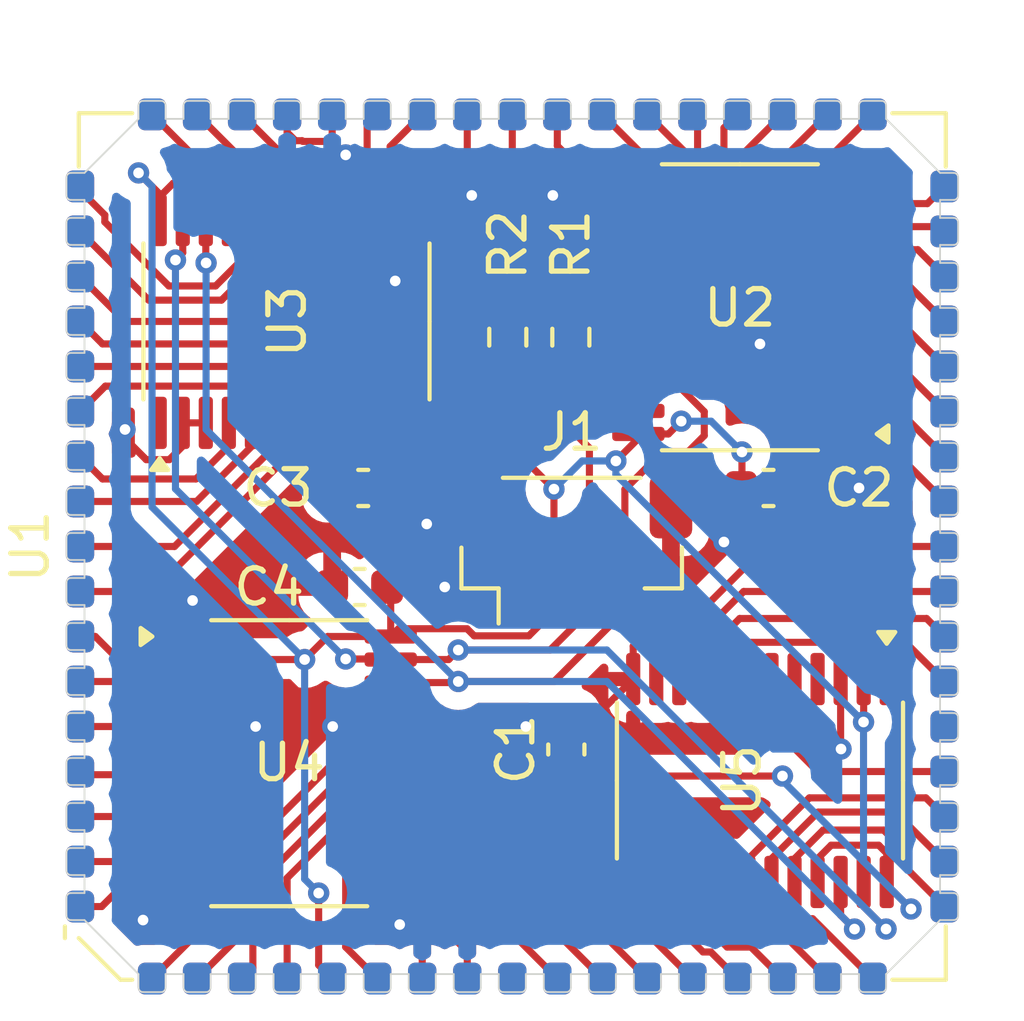
<source format=kicad_pcb>
(kicad_pcb (version 20240108) (generator "pcbnew") (generator_version "8.0")
  (layers (0 "F.Cu" signal) (31 "B.Cu" signal) (34 "B.Paste" user) (35 "F.Paste" user) (36 "B.SilkS" user "B.Silkscreen") (37 "F.SilkS" user "F.Silkscreen") (38 "B.Mask" user) (39 "F.Mask" user) (44 "Edge.Cuts" user))
  (net 0 "")
  (net 1 "GND")
  (net 2 "Net-(U1-A6)")
  (net 3 "Net-(U1-A7)")
  (net 4 "Net-(U1-A10)")
  (net 5 "Net-(U1-A5)")
  (net 6 "Net-(U1-A12)")
  (net 8 "Net-(U1-A8)")
  (net 9 "Net-(U1-A9)")
  (net 10 "Net-(U1-A11)")
  (net 18 "VCC")
  (net 19 "SCL")
  (net 20 "SDA")
  (net 25 "Net-(U1-A14)")
  (net 26 "Net-(U1-A16)")
  (net 27 "Net-(U1-A15)")
  (net 28 "Net-(U1-A18)")
  (net 29 "Net-(U1-A17)")
  (net 30 "Net-(U1-A20)")
  (net 31 "Net-(U1-A13)")
  (net 32 "Net-(U1-A19)")
  (net 33 "Net-(U1-D14)")
  (net 34 "Net-(U1-A23)")
  (net 35 "Net-(U1-D15)")
  (net 36 "Net-(U1-D11)")
  (net 37 "Net-(U1-D13)")
  (net 38 "Net-(U1-A22)")
  (net 39 "Net-(U1-A21)")
  (net 40 "Net-(U1-D12)")
  (net 41 "Net-(U1-D6)")
  (net 42 "Net-(U1-D8)")
  (net 43 "Net-(U1-D7)")
  (net 44 "Net-(U1-D10)")
  (net 45 "Net-(U1-D9)")
  (net 46 "Net-(U1-D4)")
  (net 47 "Net-(U1-D5)")
  (net 48 "Net-(U1-D3)")
  (net 49 "Net-(U1-D0)")
  (net 50 "Net-(U1-D1)")
  (net 51 "Net-(U1-D2)")
  (net 52 "Net-(U1-R{slash}W)")
  (net 53 "Net-(U1-UDS)")
  (net 54 "Net-(U1-LDS)")
  (net 55 "Net-(U1-AS)")
  (net 56 "Net-(U1-DTACK)")
  (net 57 "Net-(U1-BG)")
  (net 58 "Net-(U1-BR)")
  (net 59 "Net-(U1-BGACK)")
  (net 60 "Net-(U1-HALT)")
  (net 61 "Net-(U1-VMA)")
  (net 62 "Net-(U1-VPA)")
  (net 63 "Net-(U1-E)")
  (net 64 "Net-(U1-CLK)")
  (net 65 "Net-(U1-BERR)")
  (net 66 "Net-(U1-A1)")
  (net 67 "Net-(U1-A3)")
  (net 68 "Net-(U1-A4)")
  (net 69 "Net-(U1-A2)")
  (net 70 "Net-(U1-IPL0)")
  (net 71 "Net-(U1-IPL1)")
  (net 72 "Net-(U1-IPL2)")
  (net 73 "Net-(U1-FC0)")
  (net 74 "Net-(U1-RESET)")
  (net 75 "Net-(U1-FC1)")
  (net 76 "Net-(U1-FC2)")
  (footprint "Resistor_SMD:R_0603_1608Metric" (layer "F.Cu") (at 73.66 72.834 -90)
    (property "Reference" "R1")
    (property "Value" "1k")
  )
  (footprint "PLCCaussen:PLCC-68_out" (layer "F.Cu") (at 72.009 78.74 90)
    (property "Reference" "U1")
    (property "Value" "MC68000FN")
  )
  (footprint "Package_SO:TSSOP-24_4.4x7.8mm_P0.65mm" (layer "F.Cu") (at 65.7175 84.855)
    (property "Reference" "U4")
    (property "Value" "TCA9555PWR")
  )
  (footprint "Resistor_SMD:R_0603_1608Metric" (layer "F.Cu") (at 71.882 72.834 -90)
    (property "Reference" "R2")
    (property "Value" "1k")
  )
  (footprint "Capacitor_SMD:C_0603_1608Metric" (layer "F.Cu") (at 73.533 84.468 90)
    (property "Reference" "C1")
    (property "Value" "100nF")
  )
  (footprint "Package_SO:TSSOP-24_4.4x7.8mm_P0.65mm" (layer "F.Cu") (at 65.64 72.39 90)
    (property "Reference" "U3")
    (property "Value" "TCA9555PWR")
  )
  (footprint "Package_SO:TSSOP-24_4.4x7.8mm_P0.65mm" (layer "F.Cu") (at 78.994 85.344 -90)
    (property "Reference" "U5")
    (property "Value" "TCA9555PWR")
  )
  (footprint "Capacitor_SMD:C_0603_1608Metric" (layer "F.Cu") (at 67.704 79.883 180)
    (property "Reference" "C4")
    (property "Value" "100nF")
  )
  (footprint "Package_SO:TSSOP-24_4.4x7.8mm_P0.65mm" (layer "F.Cu") (at 78.4275 71.99 180)
    (property "Reference" "U2")
    (property "Value" "TCA9555PWR")
  )
  (footprint "Connector_JST:JST_SH_BM04B-SRSS-TB_1x04-1MP_P1.00mm_Vertical" (layer "F.Cu") (at 73.684 78.812)
    (property "Reference" "J1")
    (property "Value" "BM04B-SRSS-TB")
  )
  (footprint "Capacitor_SMD:C_0603_1608Metric" (layer "F.Cu") (at 67.805 77.089)
    (property "Reference" "C3")
    (property "Value" "100nF")
  )
  (footprint "Capacitor_SMD:C_0603_1608Metric" (layer "F.Cu") (at 79.235 77.089)
    (property "Reference" "C2")
    (property "Value" "100nF")
  )
  (gr_line (start 59.563 76.581) (end 59.944 76.581) (stroke (width 0.05)) (layer "Edge.Cuts"))
  (gr_line (start 81.153 66.167) (end 80.645 66.167) (stroke (width 0.05)) (layer "Edge.Cuts"))
  (gr_line (start 59.436 77.216) (end 59.436 77.724) (stroke (width 0.05)) (layer "Edge.Cuts"))
  (gr_line (start 84.582 77.724) (end 84.582 77.216) (stroke (width 0.05)) (layer "Edge.Cuts"))
  (gr_arc (start 84.455 87.249) (mid 84.544803 87.286197) (end 84.582 87.376) (stroke (width 0.05)) (layer "Edge.Cuts"))
  (gr_arc (start 84.582 87.884) (mid 84.544803 87.973803) (end 84.455 88.011) (stroke (width 0.05)) (layer "Edge.Cuts"))
  (gr_line (start 76.2 90.805) (end 76.708 90.805) (stroke (width 0.05)) (layer "Edge.Cuts"))
  (gr_line (start 72.898 66.294) (end 72.898 66.675) (stroke (width 0.05)) (layer "Edge.Cuts"))
  (gr_line (start 68.58 66.675) (end 69.088 66.675) (stroke (width 0.05)) (layer "Edge.Cuts"))
  (gr_line (start 59.436 75.946) (end 59.436 76.454) (stroke (width 0.05)) (layer "Edge.Cuts"))
  (gr_arc (start 64.008 66.294) (mid 64.045197 66.204197) (end 64.135 66.167) (stroke (width 0.05)) (layer "Edge.Cuts"))
  (gr_arc (start 64.643 66.167) (mid 64.732803 66.204197) (end 64.77 66.294) (stroke (width 0.05)) (layer "Edge.Cuts"))
  (gr_line (start 84.455 68.961) (end 84.074 68.961) (stroke (width 0.05)) (layer "Edge.Cuts"))
  (gr_line (start 79.375 91.313) (end 79.883 91.313) (stroke (width 0.05)) (layer "Edge.Cuts"))
  (gr_line (start 66.04 66.294) (end 66.04 66.675) (stroke (width 0.05)) (layer "Edge.Cuts"))
  (gr_line (start 62.103 66.167) (end 61.595 66.167) (stroke (width 0.05)) (layer "Edge.Cuts"))
  (gr_line (start 69.85 66.294) (end 69.85 66.675) (stroke (width 0.05)) (layer "Edge.Cuts"))
  (gr_arc (start 84.582 82.804) (mid 84.544803 82.893803) (end 84.455 82.931) (stroke (width 0.05)) (layer "Edge.Cuts"))
  (gr_line (start 59.563 73.279) (end 59.944 73.279) (stroke (width 0.05)) (layer "Edge.Cuts"))
  (gr_arc (start 69.723 66.167) (mid 69.812803 66.204197) (end 69.85 66.294) (stroke (width 0.05)) (layer "Edge.Cuts"))
  (gr_arc (start 62.865 91.313) (mid 62.775197 91.275803) (end 62.738 91.186) (stroke (width 0.05)) (layer "Edge.Cuts"))
  (gr_line (start 72.39 66.294) (end 72.39 66.675) (stroke (width 0.05)) (layer "Edge.Cuts"))
  (gr_arc (start 84.582 68.834) (mid 84.544803 68.923803) (end 84.455 68.961) (stroke (width 0.05)) (layer "Edge.Cuts"))
  (gr_line (start 59.944 69.469) (end 59.944 68.961) (stroke (width 0.05)) (layer "Edge.Cuts"))
  (gr_line (start 59.563 80.391) (end 59.944 80.391) (stroke (width 0.05)) (layer "Edge.Cuts"))
  (gr_line (start 59.944 80.899) (end 59.944 80.391) (stroke (width 0.05)) (layer "Edge.Cuts"))
  (gr_line (start 64.77 91.186) (end 64.77 90.805) (stroke (width 0.05)) (layer "Edge.Cuts"))
  (gr_line (start 84.455 74.549) (end 84.074 74.549) (stroke (width 0.05)) (layer "Edge.Cuts"))
  (gr_line (start 84.074 86.741) (end 84.074 87.249) (stroke (width 0.05)) (layer "Edge.Cuts"))
  (gr_line (start 84.455 81.661) (end 84.074 81.661) (stroke (width 0.05)) (layer "Edge.Cuts"))
  (gr_line (start 71.755 91.313) (end 72.263 91.313) (stroke (width 0.05)) (layer "Edge.Cuts"))
  (gr_line (start 67.31 66.675) (end 67.818 66.675) (stroke (width 0.05)) (layer "Edge.Cuts"))
  (gr_line (start 59.944 77.089) (end 59.944 76.581) (stroke (width 0.05)) (layer "Edge.Cuts"))
  (gr_arc (start 66.548 66.294) (mid 66.585197 66.204197) (end 66.675 66.167) (stroke (width 0.05)) (layer "Edge.Cuts"))
  (gr_line (start 69.723 66.167) (end 69.215 66.167) (stroke (width 0.05)) (layer "Edge.Cuts"))
  (gr_line (start 59.944 85.979) (end 59.944 85.471) (stroke (width 0.05)) (layer "Edge.Cuts"))
  (gr_line (start 73.66 91.186) (end 73.66 90.805) (stroke (width 0.05)) (layer "Edge.Cuts"))
  (gr_line (start 59.944 87.249) (end 59.944 86.741) (stroke (width 0.05)) (layer "Edge.Cuts"))
  (gr_arc (start 84.455 70.739) (mid 84.544803 70.776197) (end 84.582 70.866) (stroke (width 0.05)) (layer "Edge.Cuts"))
  (gr_line (start 73.025 91.313) (end 73.533 91.313) (stroke (width 0.05)) (layer "Edge.Cuts"))
  (gr_arc (start 84.455 88.519) (mid 84.544803 88.556197) (end 84.582 88.646) (stroke (width 0.05)) (layer "Edge.Cuts"))
  (gr_line (start 63.5 66.675) (end 64.008 66.675) (stroke (width 0.05)) (layer "Edge.Cuts"))
  (gr_arc (start 59.436 81.026) (mid 59.473197 80.936197) (end 59.563 80.899) (stroke (width 0.05)) (layer "Edge.Cuts"))
  (gr_line (start 64.77 66.294) (end 64.77 66.675) (stroke (width 0.05)) (layer "Edge.Cuts"))
  (gr_line (start 84.455 80.899) (end 84.074 80.899) (stroke (width 0.05)) (layer "Edge.Cuts"))
  (gr_line (start 84.582 86.614) (end 84.582 86.106) (stroke (width 0.05)) (layer "Edge.Cuts"))
  (gr_line (start 70.993 66.167) (end 70.485 66.167) (stroke (width 0.05)) (layer "Edge.Cuts"))
  (gr_line (start 59.563 86.741) (end 59.944 86.741) (stroke (width 0.05)) (layer "Edge.Cuts"))
  (gr_arc (start 59.563 80.391) (mid 59.473197 80.353803) (end 59.436 80.264) (stroke (width 0.05)) (layer "Edge.Cuts"))
  (gr_line (start 79.248 91.186) (end 79.248 90.805) (stroke (width 0.05)) (layer "Edge.Cuts"))
  (gr_line (start 65.278 66.294) (end 65.278 66.675) (stroke (width 0.05)) (layer "Edge.Cuts"))
  (gr_line (start 84.455 79.121) (end 84.074 79.121) (stroke (width 0.05)) (layer "Edge.Cuts"))
  (gr_arc (start 68.58 91.186) (mid 68.542803 91.275803) (end 68.453 91.313) (stroke (width 0.05)) (layer "Edge.Cuts"))
  (gr_arc (start 76.2 91.186) (mid 76.162803 91.275803) (end 76.073 91.313) (stroke (width 0.05)) (layer "Edge.Cuts"))
  (gr_arc (start 59.563 75.311) (mid 59.473197 75.273803) (end 59.436 75.184) (stroke (width 0.05)) (layer "Edge.Cuts"))
  (gr_line (start 84.074 88.011) (end 84.074 88.519) (stroke (width 0.05)) (layer "Edge.Cuts"))
  (gr_line (start 67.31 66.294) (end 67.31 66.675) (stroke (width 0.05)) (layer "Edge.Cuts"))
  (gr_line (start 81.915 91.313) (end 82.423 91.313) (stroke (width 0.05)) (layer "Edge.Cuts"))
  (gr_arc (start 59.436 68.326) (mid 59.473197 68.236197) (end 59.563 68.199) (stroke (width 0.05)) (layer "Edge.Cuts"))
  (gr_arc (start 84.582 86.614) (mid 84.544803 86.703803) (end 84.455 86.741) (stroke (width 0.05)) (layer "Edge.Cuts"))
  (gr_arc (start 59.436 83.566) (mid 59.473197 83.476197) (end 59.563 83.439) (stroke (width 0.05)) (layer "Edge.Cuts"))
  (gr_arc (start 71.628001 66.294001) (mid 71.665198 66.204198) (end 71.755001 66.167001) (stroke (width 0.05)) (layer "Edge.Cuts"))
  (gr_line (start 59.436 79.756) (end 59.436 80.264) (stroke (width 0.05)) (layer "Edge.Cuts"))
  (gr_line (start 71.12 91.186) (end 71.12 90.805) (stroke (width 0.05)) (layer "Edge.Cuts"))
  (gr_line (start 84.455 85.471) (end 84.074 85.471) (stroke (width 0.05)) (layer "Edge.Cuts"))
  (gr_line (start 84.074 68.961) (end 84.074 69.469) (stroke (width 0.05)) (layer "Edge.Cuts"))
  (gr_line (start 59.944 70.739) (end 59.944 70.231) (stroke (width 0.05)) (layer "Edge.Cuts"))
  (gr_arc (start 70.358 66.294) (mid 70.395197 66.204197) (end 70.485 66.167) (stroke (width 0.05)) (layer "Edge.Cuts"))
  (gr_arc (start 84.582 77.724) (mid 84.544803 77.813803) (end 84.455 77.851) (stroke (width 0.05)) (layer "Edge.Cuts"))
  (gr_line (start 72.39 91.186) (end 72.39 90.805) (stroke (width 0.05)) (layer "Edge.Cuts"))
  (gr_line (start 67.818 90.805) (end 67.31 90.805) (stroke (width 0.05)) (layer "Edge.Cuts"))
  (gr_arc (start 80.645 91.313) (mid 80.555197 91.275803) (end 80.518 91.186) (stroke (width 0.05)) (layer "Edge.Cuts"))
  (gr_arc (start 69.088 66.294) (mid 69.125197 66.204197) (end 69.215 66.167) (stroke (width 0.05)) (layer "Edge.Cuts"))
  (gr_line (start 63.5 90.805) (end 64.008 90.805) (stroke (width 0.05)) (layer "Edge.Cuts"))
  (gr_line (start 75.565 91.313) (end 76.073 91.313) (stroke (width 0.05)) (layer "Edge.Cuts"))
  (gr_arc (start 59.436 84.836) (mid 59.473197 84.746197) (end 59.563 84.709) (stroke (width 0.05)) (layer "Edge.Cuts"))
  (gr_line (start 59.563 72.009) (end 59.944 72.009) (stroke (width 0.05)) (layer "Edge.Cuts"))
  (gr_arc (start 63.5 91.186) (mid 63.462803 91.275803) (end 63.373 91.313) (stroke (width 0.05)) (layer "Edge.Cuts"))
  (gr_line (start 84.455 77.851) (end 84.074 77.851) (stroke (width 0.05)) (layer "Edge.Cuts"))
  (gr_line (start 84.582 87.884) (end 84.582 87.376) (stroke (width 0.05)) (layer "Edge.Cuts"))
  (gr_line (start 84.455 89.281) (end 84.074 89.281) (stroke (width 0.05)) (layer "Edge.Cuts"))
  (gr_line (start 84.582 71.374) (end 84.582 70.866) (stroke (width 0.05)) (layer "Edge.Cuts"))
  (gr_line (start 70.485 91.313) (end 70.993 91.313) (stroke (width 0.05)) (layer "Edge.Cuts"))
  (gr_line (start 59.436 69.596) (end 59.436 70.104) (stroke (width 0.05)) (layer "Edge.Cuts"))
  (gr_line (start 71.628 66.294) (end 71.628 66.675) (stroke (width 0.05)) (layer "Edge.Cuts"))
  (gr_line (start 77.47 91.186) (end 77.47 90.805) (stroke (width 0.05)) (layer "Edge.Cuts"))
  (gr_line (start 71.12 66.675) (end 71.628 66.675) (stroke (width 0.05)) (layer "Edge.Cuts"))
  (gr_line (start 72.39 90.805) (end 72.898 90.805) (stroke (width 0.05)) (layer "Edge.Cuts"))
  (gr_line (start 59.436 83.566) (end 59.436 84.074) (stroke (width 0.05)) (layer "Edge.Cuts"))
  (gr_line (start 59.944 88.519) (end 59.944 88.011) (stroke (width 0.05)) (layer "Edge.Cuts"))
  (gr_line (start 84.455 77.089) (end 84.074 77.089) (stroke (width 0.05)) (layer "Edge.Cuts"))
  (gr_line (start 59.436 72.136) (end 59.436 72.644) (stroke (width 0.05)) (layer "Edge.Cuts"))
  (gr_line (start 59.944 73.279) (end 59.944 72.771) (stroke (width 0.05)) (layer "Edge.Cuts"))
  (gr_arc (start 84.455 82.169) (mid 84.544803 82.206197) (end 84.582 82.296) (stroke (width 0.05)) (layer "Edge.Cuts"))
  (gr_arc (start 79.375 91.313) (mid 79.285197 91.275803) (end 79.248 91.186) (stroke (width 0.05)) (layer "Edge.Cuts"))
  (gr_line (start 62.865 91.313) (end 63.373 91.313) (stroke (width 0.05)) (layer "Edge.Cuts"))
  (gr_line (start 62.23 66.675) (end 62.738 66.675) (stroke (width 0.05)) (layer "Edge.Cuts"))
  (gr_line (start 59.563 70.231) (end 59.944 70.231) (stroke (width 0.05)) (layer "Edge.Cuts"))
  (gr_line (start 84.582 85.344) (end 84.582 84.836) (stroke (width 0.05)) (layer "Edge.Cuts"))
  (gr_line (start 80.518 91.186) (end 80.518 90.805) (stroke (width 0.05)) (layer "Edge.Cuts"))
  (gr_line (start 73.66 66.294) (end 73.66 66.675) (stroke (width 0.05)) (layer "Edge.Cuts"))
  (gr_line (start 67.945 91.313) (end 68.453 91.313) (stroke (width 0.05)) (layer "Edge.Cuts"))
  (gr_arc (start 79.883 66.167) (mid 79.972803 66.204197) (end 80.01 66.294) (stroke (width 0.05)) (layer "Edge.Cuts"))
  (gr_line (start 80.01 66.675) (end 80.01 66.294) (stroke (width 0.05)) (layer "Edge.Cuts"))
  (gr_line (start 77.47 90.805) (end 77.978 90.805) (stroke (width 0.05)) (layer "Edge.Cuts"))
  (gr_line (start 84.455 76.581) (end 84.074 76.581) (stroke (width 0.05)) (layer "Edge.Cuts"))
  (gr_line (start 72.898 91.186) (end 72.898 90.805) (stroke (width 0.05)) (layer "Edge.Cuts"))
  (gr_line (start 77.47 66.294) (end 77.47 66.675) (stroke (width 0.05)) (layer "Edge.Cuts"))
  (gr_line (start 59.563 87.249) (end 59.944 87.249) (stroke (width 0.05)) (layer "Edge.Cuts"))
  (gr_line (start 65.278 91.186) (end 65.278 90.805) (stroke (width 0.05)) (layer "Edge.Cuts"))
  (gr_line (start 59.944 74.549) (end 59.944 74.041) (stroke (width 0.05)) (layer "Edge.Cuts"))
  (gr_arc (start 71.755 91.313) (mid 71.665197 91.275803) (end 71.628 91.186) (stroke (width 0.05)) (layer "Edge.Cuts"))
  (gr_line (start 68.453 66.167) (end 67.945 66.167) (stroke (width 0.05)) (layer "Edge.Cuts"))
  (gr_line (start 59.563 82.931) (end 59.944 82.931) (stroke (width 0.05)) (layer "Edge.Cuts"))
  (gr_line (start 84.455 85.979) (end 84.074 85.979) (stroke (width 0.05)) (layer "Edge.Cuts"))
  (gr_arc (start 73.66 91.186) (mid 73.622803 91.275803) (end 73.533 91.313) (stroke (width 0.05)) (layer "Edge.Cuts"))
  (gr_line (start 59.563 88.519) (end 59.944 88.519) (stroke (width 0.05)) (layer "Edge.Cuts"))
  (gr_line (start 69.088 66.294) (end 69.088 66.675) (stroke (width 0.05)) (layer "Edge.Cuts"))
  (gr_line (start 59.563 84.709) (end 59.944 84.709) (stroke (width 0.05)) (layer "Edge.Cuts"))
  (gr_line (start 72.39 66.675) (end 72.898 66.675) (stroke (width 0.05)) (layer "Edge.Cuts"))
  (gr_arc (start 59.436001 77.216001) (mid 59.473198 77.126198) (end 59.563001 77.089001) (stroke (width 0.05)) (layer "Edge.Cuts"))
  (gr_arc (start 61.468 66.294) (mid 61.505197 66.204197) (end 61.595 66.167) (stroke (width 0.05)) (layer "Edge.Cuts"))
  (gr_line (start 63.373 66.167) (end 62.865 66.167) (stroke (width 0.05)) (layer "Edge.Cuts"))
  (gr_arc (start 84.455 84.709) (mid 84.544803 84.746197) (end 84.582 84.836) (stroke (width 0.05)) (layer "Edge.Cuts"))
  (gr_line (start 59.944 89.281) (end 61.468 90.805) (stroke (width 0.05)) (layer "Edge.Cuts"))
  (gr_line (start 79.883 66.167) (end 79.375 66.167) (stroke (width 0.05)) (layer "Edge.Cuts"))
  (gr_line (start 81.788 91.186) (end 81.788 90.805) (stroke (width 0.05)) (layer "Edge.Cuts"))
  (gr_line (start 84.455 73.279) (end 84.074 73.279) (stroke (width 0.05)) (layer "Edge.Cuts"))
  (gr_line (start 76.708 66.294) (end 76.708 66.675) (stroke (width 0.05)) (layer "Edge.Cuts"))
  (gr_arc (start 84.455 77.089) (mid 84.544803 77.126197) (end 84.582 77.216) (stroke (width 0.05)) (layer "Edge.Cuts"))
  (gr_arc (start 78.105 91.313) (mid 78.015197 91.275803) (end 77.978 91.186) (stroke (width 0.05)) (layer "Edge.Cuts"))
  (gr_line (start 84.455 82.169) (end 84.074 82.169) (stroke (width 0.05)) (layer "Edge.Cuts"))
  (gr_arc (start 59.563 74.041) (mid 59.473197 74.003803) (end 59.436 73.914) (stroke (width 0.05)) (layer "Edge.Cuts"))
  (gr_line (start 84.074 89.281) (end 82.55 90.805) (stroke (width 0.05)) (layer "Edge.Cuts"))
  (gr_line (start 84.582 70.104) (end 84.582 69.596) (stroke (width 0.05)) (layer "Edge.Cuts"))
  (gr_arc (start 74.93 91.186) (mid 74.892803 91.275803) (end 74.803 91.313) (stroke (width 0.05)) (layer "Edge.Cuts"))
  (gr_line (start 74.168 66.294) (end 74.168 66.675) (stroke (width 0.05)) (layer "Edge.Cuts"))
  (gr_arc (start 71.12 91.186) (mid 71.082803 91.275803) (end 70.993 91.313) (stroke (width 0.05)) (layer "Edge.Cuts"))
  (gr_arc (start 64.77 91.186) (mid 64.732803 91.275803) (end 64.643 91.313) (stroke (width 0.05)) (layer "Edge.Cuts"))
  (gr_line (start 81.28 66.294) (end 81.28 66.675) (stroke (width 0.05)) (layer "Edge.Cuts"))
  (gr_line (start 84.455 78.359) (end 84.074 78.359) (stroke (width 0.05)) (layer "Edge.Cuts"))
  (gr_line (start 71.628 90.805) (end 71.12 90.805) (stroke (width 0.05)) (layer "Edge.Cuts"))
  (gr_arc (start 69.85 91.186) (mid 69.812803 91.275803) (end 69.723 91.313) (stroke (width 0.05)) (layer "Edge.Cuts"))
  (gr_line (start 84.582 68.834) (end 84.582 68.326) (stroke (width 0.05)) (layer "Edge.Cuts"))
  (gr_line (start 66.548 91.186) (end 66.548 90.805) (stroke (width 0.05)) (layer "Edge.Cuts"))
  (gr_line (start 65.405 91.313) (end 65.913 91.313) (stroke (width 0.05)) (layer "Edge.Cuts"))
  (gr_line (start 59.563 68.961) (end 59.944 68.961) (stroke (width 0.05)) (layer "Edge.Cuts"))
  (gr_line (start 78.74 66.675) (end 79.248 66.675) (stroke (width 0.05)) (layer "Edge.Cuts"))
  (gr_arc (start 78.74 91.186) (mid 78.702803 91.275803) (end 78.613 91.313) (stroke (width 0.05)) (layer "Edge.Cuts"))
  (gr_line (start 69.088 91.186) (end 69.088 90.805) (stroke (width 0.05)) (layer "Edge.Cuts"))
  (gr_line (start 59.436 86.106) (end 59.436 86.614) (stroke (width 0.05)) (layer "Edge.Cuts"))
  (gr_arc (start 84.582 72.644) (mid 84.544803 72.733803) (end 84.455 72.771) (stroke (width 0.05)) (layer "Edge.Cuts"))
  (gr_arc (start 84.455 85.979) (mid 84.544803 86.016197) (end 84.582 86.106) (stroke (width 0.05)) (layer "Edge.Cuts"))
  (gr_arc (start 81.153 66.167) (mid 81.242803 66.204197) (end 81.28 66.294) (stroke (width 0.05)) (layer "Edge.Cuts"))
  (gr_line (start 73.533 66.167) (end 73.025 66.167) (stroke (width 0.05)) (layer "Edge.Cuts"))
  (gr_arc (start 75.438 66.294) (mid 75.475197 66.204197) (end 75.565 66.167) (stroke (width 0.05)) (layer "Edge.Cuts"))
  (gr_arc (start 72.898 66.294) (mid 72.935197 66.204197) (end 73.025 66.167) (stroke (width 0.05)) (layer "Edge.Cuts"))
  (gr_line (start 66.548 90.805) (end 66.04 90.805) (stroke (width 0.05)) (layer "Edge.Cuts"))
  (gr_line (start 59.563 82.169) (end 59.944 82.169) (stroke (width 0.05)) (layer "Edge.Cuts"))
  (gr_arc (start 59.436 86.106) (mid 59.473197 86.016197) (end 59.563 85.979) (stroke (width 0.05)) (layer "Edge.Cuts"))
  (gr_line (start 59.436 74.676) (end 59.436 75.184) (stroke (width 0.05)) (layer "Edge.Cuts"))
  (gr_line (start 73.66 90.805) (end 74.168 90.805) (stroke (width 0.05)) (layer "Edge.Cuts"))
  (gr_arc (start 62.23 91.186) (mid 62.192803 91.275803) (end 62.103 91.313) (stroke (width 0.05)) (layer "Edge.Cuts"))
  (gr_line (start 70.358 91.186) (end 70.358 90.805) (stroke (width 0.05)) (layer "Edge.Cuts"))
  (gr_line (start 76.2 66.675) (end 76.708 66.675) (stroke (width 0.05)) (layer "Edge.Cuts"))
  (gr_line (start 84.582 80.264) (end 84.582 79.756) (stroke (width 0.05)) (layer "Edge.Cuts"))
  (gr_arc (start 75.565 91.313) (mid 75.475197 91.275803) (end 75.438 91.186) (stroke (width 0.05)) (layer "Edge.Cuts"))
  (gr_line (start 84.074 80.899) (end 84.074 80.391) (stroke (width 0.05)) (layer "Edge.Cuts"))
  (gr_line (start 59.563 75.311) (end 59.944 75.311) (stroke (width 0.05)) (layer "Edge.Cuts"))
  (gr_line (start 59.436 87.376) (end 59.436 87.884) (stroke (width 0.05)) (layer "Edge.Cuts"))
  (gr_line (start 75.438 66.294) (end 75.438 66.675) (stroke (width 0.05)) (layer "Edge.Cuts"))
  (gr_line (start 84.582 72.644) (end 84.582 72.136) (stroke (width 0.05)) (layer "Edge.Cuts"))
  (gr_line (start 84.455 82.931) (end 84.074 82.931) (stroke (width 0.05)) (layer "Edge.Cuts"))
  (gr_line (start 84.074 82.169) (end 84.074 81.661) (stroke (width 0.05)) (layer "Edge.Cuts"))
  (gr_line (start 82.55 66.675) (end 84.074 68.199) (stroke (width 0.05)) (layer "Edge.Cuts"))
  (gr_line (start 84.582 82.804) (end 84.582 82.296) (stroke (width 0.05)) (layer "Edge.Cuts"))
  (gr_line (start 84.455 79.629) (end 84.074 79.629) (stroke (width 0.05)) (layer "Edge.Cuts"))
  (gr_arc (start 67.945 91.313) (mid 67.855197 91.275803) (end 67.818 91.186) (stroke (width 0.05)) (layer "Edge.Cuts"))
  (gr_arc (start 69.215 91.313) (mid 69.125197 91.275803) (end 69.088 91.186) (stroke (width 0.05)) (layer "Edge.Cuts"))
  (gr_line (start 72.263 66.167) (end 71.755 66.167) (stroke (width 0.05)) (layer "Edge.Cuts"))
  (gr_line (start 80.01 91.186) (end 80.01 90.805) (stroke (width 0.05)) (layer "Edge.Cuts"))
  (gr_arc (start 73.025 91.313) (mid 72.935197 91.275803) (end 72.898 91.186) (stroke (width 0.05)) (layer "Edge.Cuts"))
  (gr_line (start 74.93 91.186) (end 74.93 90.805) (stroke (width 0.05)) (layer "Edge.Cuts"))
  (gr_line (start 59.563 71.501) (end 59.944 71.501) (stroke (width 0.05)) (layer "Edge.Cuts"))
  (gr_line (start 74.803 66.167) (end 74.295 66.167) (stroke (width 0.05)) (layer "Edge.Cuts"))
  (gr_line (start 66.04 66.675) (end 66.548 66.675) (stroke (width 0.05)) (layer "Edge.Cuts"))
  (gr_arc (start 84.455 83.439) (mid 84.544803 83.476197) (end 84.582 83.566) (stroke (width 0.05)) (layer "Edge.Cuts"))
  (gr_arc (start 59.436 87.376) (mid 59.473197 87.286197) (end 59.563 87.249) (stroke (width 0.05)) (layer "Edge.Cuts"))
  (gr_line (start 64.135 91.313) (end 64.643 91.313) (stroke (width 0.05)) (layer "Edge.Cuts"))
  (gr_line (start 67.31 91.186) (end 67.31 90.805) (stroke (width 0.05)) (layer "Edge.Cuts"))
  (gr_line (start 78.613 66.167) (end 78.105 66.167) (stroke (width 0.05)) (layer "Edge.Cuts"))
  (gr_arc (start 67.31 91.186) (mid 67.272803 91.275803) (end 67.183 91.313) (stroke (width 0.05)) (layer "Edge.Cuts"))
  (gr_line (start 84.455 86.741) (end 84.074 86.741) (stroke (width 0.05)) (layer "Edge.Cuts"))
  (gr_arc (start 66.04 91.186) (mid 66.002803 91.275803) (end 65.913 91.313) (stroke (width 0.05)) (layer "Edge.Cuts"))
  (gr_line (start 77.343 66.167) (end 76.835 66.167) (stroke (width 0.05)) (layer "Edge.Cuts"))
  (gr_arc (start 59.563 82.931) (mid 59.473197 82.893803) (end 59.436 82.804) (stroke (width 0.05)) (layer "Edge.Cuts"))
  (gr_arc (start 84.455 78.359) (mid 84.544803 78.396197) (end 84.582 78.486) (stroke (width 0.05)) (layer "Edge.Cuts"))
  (gr_line (start 59.436 73.406) (end 59.436 73.914) (stroke (width 0.05)) (layer "Edge.Cuts"))
  (gr_line (start 84.455 71.501) (end 84.074 71.501) (stroke (width 0.05)) (layer "Edge.Cuts"))
  (gr_arc (start 65.278 66.294) (mid 65.315197 66.204197) (end 65.405 66.167) (stroke (width 0.05)) (layer "Edge.Cuts"))
  (gr_line (start 81.28 91.186) (end 81.28 90.805) (stroke (width 0.05)) (layer "Edge.Cuts"))
  (gr_line (start 84.582 73.914) (end 84.582 73.406) (stroke (width 0.05)) (layer "Edge.Cuts"))
  (gr_arc (start 59.563 76.581) (mid 59.473197 76.543803) (end 59.436 76.454) (stroke (width 0.05)) (layer "Edge.Cuts"))
  (gr_arc (start 81.915 91.313) (mid 81.825197 91.275803) (end 81.788 91.186) (stroke (width 0.05)) (layer "Edge.Cuts"))
  (gr_line (start 74.295 91.313) (end 74.803 91.313) (stroke (width 0.05)) (layer "Edge.Cuts"))
  (gr_line (start 59.563 79.121) (end 59.944 79.121) (stroke (width 0.05)) (layer "Edge.Cuts"))
  (gr_arc (start 84.455 69.469) (mid 84.544803 69.506197) (end 84.582 69.596) (stroke (width 0.05)) (layer "Edge.Cuts"))
  (gr_line (start 69.215 91.313) (end 69.723 91.313) (stroke (width 0.05)) (layer "Edge.Cuts"))
  (gr_line (start 78.74 90.805) (end 79.248 90.805) (stroke (width 0.05)) (layer "Edge.Cuts"))
  (gr_line (start 59.563 68.199) (end 59.944 68.199) (stroke (width 0.05)) (layer "Edge.Cuts"))
  (gr_line (start 64.77 66.675) (end 65.278 66.675) (stroke (width 0.05)) (layer "Edge.Cuts"))
  (gr_arc (start 80.01 91.186) (mid 79.972803 91.275803) (end 79.883 91.313) (stroke (width 0.05)) (layer "Edge.Cuts"))
  (gr_arc (start 59.436 79.756) (mid 59.473197 79.666197) (end 59.563 79.629) (stroke (width 0.05)) (layer "Edge.Cuts"))
  (gr_line (start 84.455 68.199) (end 84.074 68.199) (stroke (width 0.05)) (layer "Edge.Cuts"))
  (gr_line (start 64.643 66.167) (end 64.135 66.167) (stroke (width 0.05)) (layer "Edge.Cuts"))
  (gr_arc (start 84.455 79.629) (mid 84.544803 79.666197) (end 84.582 79.756) (stroke (width 0.05)) (layer "Edge.Cuts"))
  (gr_line (start 82.55 66.294) (end 82.55 66.675) (stroke (width 0.05)) (layer "Edge.Cuts"))
  (gr_line (start 84.455 80.391) (end 84.074 80.391) (stroke (width 0.05)) (layer "Edge.Cuts"))
  (gr_arc (start 74.803 66.167) (mid 74.892803 66.204197) (end 74.93 66.294) (stroke (width 0.05)) (layer "Edge.Cuts"))
  (gr_arc (start 79.248 66.294) (mid 79.285197 66.204197) (end 79.375 66.167) (stroke (width 0.05)) (layer "Edge.Cuts"))
  (gr_arc (start 70.485 91.313) (mid 70.395197 91.275803) (end 70.358 91.186) (stroke (width 0.05)) (layer "Edge.Cuts"))
  (gr_line (start 84.582 89.154) (end 84.582 88.646) (stroke (width 0.05)) (layer "Edge.Cuts"))
  (gr_line (start 84.455 88.519) (end 84.074 88.519) (stroke (width 0.05)) (layer "Edge.Cuts"))
  (gr_arc (start 78.613 66.167) (mid 78.702803 66.204197) (end 78.74 66.294) (stroke (width 0.05)) (layer "Edge.Cuts"))
  (gr_line (start 77.978 66.294) (end 77.978 66.675) (stroke (width 0.05)) (layer "Edge.Cuts"))
  (gr_line (start 74.168 91.186) (end 74.168 90.805) (stroke (width 0.05)) (layer "Edge.Cuts"))
  (gr_line (start 68.58 91.186) (end 68.58 90.805) (stroke (width 0.05)) (layer "Edge.Cuts"))
  (gr_line (start 84.455 84.201) (end 84.074 84.201) (stroke (width 0.05)) (layer "Edge.Cuts"))
  (gr_line (start 79.248 66.294) (end 79.248 66.675) (stroke (width 0.05)) (layer "Edge.Cuts"))
  (gr_line (start 82.423 66.167) (end 81.915 66.167) (stroke (width 0.05)) (layer "Edge.Cuts"))
  (gr_line (start 66.04 91.186) (end 66.04 90.805) (stroke (width 0.05)) (layer "Edge.Cuts"))
  (gr_line (start 82.55 91.186) (end 82.55 90.805) (stroke (width 0.05)) (layer "Edge.Cuts"))
  (gr_arc (start 80.518 66.294) (mid 80.555197 66.204197) (end 80.645 66.167) (stroke (width 0.05)) (layer "Edge.Cuts"))
  (gr_line (start 80.518 90.805) (end 80.01 90.805) (stroke (width 0.05)) (layer "Edge.Cuts"))
  (gr_arc (start 67.183 66.167) (mid 67.272803 66.204197) (end 67.31 66.294) (stroke (width 0.05)) (layer "Edge.Cuts"))
  (gr_line (start 59.436 70.866) (end 59.436 71.374) (stroke (width 0.05)) (layer "Edge.Cuts"))
  (gr_line (start 76.073 66.167) (end 75.565 66.167) (stroke (width 0.05)) (layer "Edge.Cuts"))
  (gr_arc (start 59.563 71.501) (mid 59.473195 71.463803) (end 59.436 71.374) (stroke (width 0.05)) (layer "Edge.Cuts"))
  (gr_line (start 63.5 66.294) (end 63.5 66.675) (stroke (width 0.05)) (layer "Edge.Cuts"))
  (gr_line (start 69.088 90.805) (end 68.58 90.805) (stroke (width 0.05)) (layer "Edge.Cuts"))
  (gr_line (start 80.01 66.675) (end 80.518 66.675) (stroke (width 0.05)) (layer "Edge.Cuts"))
  (gr_line (start 59.944 83.439) (end 59.944 82.931) (stroke (width 0.05)) (layer "Edge.Cuts"))
  (gr_arc (start 65.913 66.167) (mid 66.002803 66.204197) (end 66.04 66.294) (stroke (width 0.05)) (layer "Edge.Cuts"))
  (gr_arc (start 59.436 75.946) (mid 59.473197 75.856197) (end 59.563 75.819) (stroke (width 0.05)) (layer "Edge.Cuts"))
  (gr_arc (start 77.47 91.186) (mid 77.432803 91.275803) (end 77.343 91.313) (stroke (width 0.05)) (layer "Edge.Cuts"))
  (gr_line (start 59.563 84.201) (end 59.944 84.201) (stroke (width 0.05)) (layer "Edge.Cuts"))
  (gr_arc (start 76.835 91.313) (mid 76.745197 91.275803) (end 76.708 91.186) (stroke (width 0.05)) (layer "Edge.Cuts"))
  (gr_line (start 84.074 85.471) (end 84.074 85.979) (stroke (width 0.05)) (layer "Edge.Cuts"))
  (gr_line (start 84.074 84.709) (end 84.074 84.201) (stroke (width 0.05)) (layer "Edge.Cuts"))
  (gr_line (start 59.563 77.851) (end 59.944 77.851) (stroke (width 0.05)) (layer "Edge.Cuts"))
  (gr_line (start 84.455 72.771) (end 84.074 72.771) (stroke (width 0.05)) (layer "Edge.Cuts"))
  (gr_arc (start 59.563 79.121) (mid 59.473197 79.083803) (end 59.436 78.994) (stroke (width 0.05)) (layer "Edge.Cuts"))
  (gr_line (start 84.455 75.311) (end 84.074 75.311) (stroke (width 0.05)) (layer "Edge.Cuts"))
  (gr_line (start 84.074 77.089) (end 84.074 76.581) (stroke (width 0.05)) (layer "Edge.Cuts"))
  (gr_line (start 59.563 83.439) (end 59.944 83.439) (stroke (width 0.05)) (layer "Edge.Cuts"))
  (gr_arc (start 84.455 68.199) (mid 84.544803 68.236197) (end 84.582 68.326) (stroke (width 0.05)) (layer "Edge.Cuts"))
  (gr_arc (start 59.563 81.661) (mid 59.473197 81.623803) (end 59.436 81.534) (stroke (width 0.05)) (layer "Edge.Cuts"))
  (gr_line (start 80.518 66.294) (end 80.518 66.675) (stroke (width 0.05)) (layer "Edge.Cuts"))
  (gr_line (start 84.455 74.041) (end 84.074 74.041) (stroke (width 0.05)) (layer "Edge.Cuts"))
  (gr_line (start 84.074 72.009) (end 84.074 71.501) (stroke (width 0.05)) (layer "Edge.Cuts"))
  (gr_line (start 81.788 66.294) (end 81.788 66.675) (stroke (width 0.05)) (layer "Edge.Cuts"))
  (gr_arc (start 73.533 66.167) (mid 73.622803 66.204197) (end 73.66 66.294) (stroke (width 0.05)) (layer "Edge.Cuts"))
  (gr_line (start 84.074 75.819) (end 84.074 75.311) (stroke (width 0.05)) (layer "Edge.Cuts"))
  (gr_arc (start 64.135 91.313) (mid 64.045197 91.275803) (end 64.008 91.186) (stroke (width 0.05)) (layer "Edge.Cuts"))
  (gr_line (start 84.455 70.231) (end 84.074 70.231) (stroke (width 0.05)) (layer "Edge.Cuts"))
  (gr_line (start 61.468 66.294) (end 61.468 66.675) (stroke (width 0.05)) (layer "Edge.Cuts"))
  (gr_arc (start 72.39 91.186) (mid 72.352803 91.275803) (end 72.263 91.313) (stroke (width 0.05)) (layer "Edge.Cuts"))
  (gr_line (start 76.708 91.186) (end 76.708 90.805) (stroke (width 0.05)) (layer "Edge.Cuts"))
  (gr_arc (start 68.453 66.167) (mid 68.542803 66.204197) (end 68.58 66.294) (stroke (width 0.05)) (layer "Edge.Cuts"))
  (gr_line (start 84.074 70.231) (end 84.074 70.739) (stroke (width 0.05)) (layer "Edge.Cuts"))
  (gr_line (start 81.788 90.805) (end 81.28 90.805) (stroke (width 0.05)) (layer "Edge.Cuts"))
  (gr_line (start 84.455 87.249) (end 84.074 87.249) (stroke (width 0.05)) (layer "Edge.Cuts"))
  (gr_line (start 59.563 77.089) (end 59.944 77.089) (stroke (width 0.05)) (layer "Edge.Cuts"))
  (gr_arc (start 81.788 66.294) (mid 81.825197 66.204197) (end 81.915 66.167) (stroke (width 0.05)) (layer "Edge.Cuts"))
  (gr_line (start 59.563 74.041) (end 59.944 74.041) (stroke (width 0.05)) (layer "Edge.Cuts"))
  (gr_line (start 59.436 68.326) (end 59.436 68.834) (stroke (width 0.05)) (layer "Edge.Cuts"))
  (gr_line (start 59.563 81.661) (end 59.944 81.661) (stroke (width 0.05)) (layer "Edge.Cuts"))
  (gr_line (start 59.944 72.009) (end 59.944 71.501) (stroke (width 0.05)) (layer "Edge.Cuts"))
  (gr_line (start 59.563 85.471) (end 59.944 85.471) (stroke (width 0.05)) (layer "Edge.Cuts"))
  (gr_line (start 59.563 78.359) (end 59.944 78.359) (stroke (width 0.05)) (layer "Edge.Cuts"))
  (gr_line (start 59.436 81.026) (end 59.436 81.534) (stroke (width 0.05)) (layer "Edge.Cuts"))
  (gr_arc (start 76.073 66.167) (mid 76.162803 66.204197) (end 76.2 66.294) (stroke (width 0.05)) (layer "Edge.Cuts"))
  (gr_arc (start 84.582 73.914) (mid 84.544803 74.003803) (end 84.455 74.041) (stroke (width 0.05)) (layer "Edge.Cuts"))
  (gr_line (start 64.008 66.294) (end 64.008 66.675) (stroke (width 0.05)) (layer "Edge.Cuts"))
  (gr_line (start 64.008 91.186) (end 64.008 90.805) (stroke (width 0.05)) (layer "Edge.Cuts"))
  (gr_arc (start 59.436 88.646) (mid 59.473197 88.556197) (end 59.563 88.519) (stroke (width 0.05)) (layer "Edge.Cuts"))
  (gr_line (start 73.66 66.675) (end 74.168 66.675) (stroke (width 0.05)) (layer "Edge.Cuts"))
  (gr_arc (start 84.582 71.374) (mid 84.544803 71.463803) (end 84.455 71.501) (stroke (width 0.05)) (layer "Edge.Cuts"))
  (gr_arc (start 62.738 66.294) (mid 62.775197 66.204197) (end 62.865 66.167) (stroke (width 0.05)) (layer "Edge.Cuts"))
  (gr_arc (start 84.455 73.279) (mid 84.544803 73.316197) (end 84.582 73.406) (stroke (width 0.05)) (layer "Edge.Cuts"))
  (gr_line (start 84.455 88.011) (end 84.074 88.011) (stroke (width 0.05)) (layer "Edge.Cuts"))
  (gr_arc (start 59.436 82.296) (mid 59.473197 82.206197) (end 59.563 82.169) (stroke (width 0.05)) (layer "Edge.Cuts"))
  (gr_arc (start 82.55 91.186) (mid 82.512803 91.275803) (end 82.423 91.313) (stroke (width 0.05)) (layer "Edge.Cuts"))
  (gr_line (start 76.2 66.294) (end 76.2 66.675) (stroke (width 0.05)) (layer "Edge.Cuts"))
  (gr_line (start 64.77 90.805) (end 65.278 90.805) (stroke (width 0.05)) (layer "Edge.Cuts"))
  (gr_line (start 62.23 91.186) (end 62.23 90.805) (stroke (width 0.05)) (layer "Edge.Cuts"))
  (gr_arc (start 59.563 86.741) (mid 59.473197 86.703803) (end 59.436 86.614) (stroke (width 0.05)) (layer "Edge.Cuts"))
  (gr_line (start 78.74 91.186) (end 78.74 90.805) (stroke (width 0.05)) (layer "Edge.Cuts"))
  (gr_arc (start 84.455 80.899) (mid 84.544803 80.936197) (end 84.582 81.026) (stroke (width 0.05)) (layer "Edge.Cuts"))
  (gr_arc (start 77.343 66.167) (mid 77.432803 66.204197) (end 77.47 66.294) (stroke (width 0.05)) (layer "Edge.Cuts"))
  (gr_arc (start 84.582 76.454) (mid 84.544803 76.543803) (end 84.455 76.581) (stroke (width 0.05)) (layer "Edge.Cuts"))
  (gr_line (start 77.978 91.186) (end 77.978 90.805) (stroke (width 0.05)) (layer "Edge.Cuts"))
  (gr_line (start 59.563 72.771) (end 59.944 72.771) (stroke (width 0.05)) (layer "Edge.Cuts"))
  (gr_arc (start 84.582 78.994) (mid 84.544803 79.083803) (end 84.455 79.121) (stroke (width 0.05)) (layer "Edge.Cuts"))
  (gr_line (start 76.2 91.186) (end 76.2 90.805) (stroke (width 0.05)) (layer "Edge.Cuts"))
  (gr_arc (start 84.455 75.819) (mid 84.544803 75.856197) (end 84.582 75.946) (stroke (width 0.05)) (layer "Edge.Cuts"))
  (gr_line (start 59.563 89.281) (end 59.944 89.281) (stroke (width 0.05)) (layer "Edge.Cuts"))
  (gr_arc (start 59.436 78.486) (mid 59.473197 78.396197) (end 59.563 78.359) (stroke (width 0.05)) (layer "Edge.Cuts"))
  (gr_arc (start 70.993 66.167) (mid 71.082803 66.204197) (end 71.12 66.294) (stroke (width 0.05)) (layer "Edge.Cuts"))
  (gr_arc (start 59.436 72.136) (mid 59.473197 72.046197) (end 59.563 72.009) (stroke (width 0.05)) (layer "Edge.Cuts"))
  (gr_line (start 80.645 91.313) (end 81.153 91.313) (stroke (width 0.05)) (layer "Edge.Cuts"))
  (gr_line (start 74.93 90.805) (end 75.438 90.805) (stroke (width 0.05)) (layer "Edge.Cuts"))
  (gr_arc (start 59.563 68.961) (mid 59.473196 68.923804) (end 59.436 68.834) (stroke (width 0.05)) (layer "Edge.Cuts"))
  (gr_line (start 69.85 66.675) (end 70.358 66.675) (stroke (width 0.05)) (layer "Edge.Cuts"))
  (gr_arc (start 59.563 88.011) (mid 59.473197 87.973803) (end 59.436 87.884) (stroke (width 0.05)) (layer "Edge.Cuts"))
  (gr_line (start 59.436 82.296) (end 59.436 82.804) (stroke (width 0.05)) (layer "Edge.Cuts"))
  (gr_line (start 62.738 66.294) (end 62.738 66.675) (stroke (width 0.05)) (layer "Edge.Cuts"))
  (gr_arc (start 84.582 75.184) (mid 84.544803 75.273803) (end 84.455 75.311) (stroke (width 0.05)) (layer "Edge.Cuts"))
  (gr_line (start 62.23 66.294) (end 62.23 66.675) (stroke (width 0.05)) (layer "Edge.Cuts"))
  (gr_arc (start 84.455 72.009) (mid 84.544803 72.046197) (end 84.582 72.136) (stroke (width 0.05)) (layer "Edge.Cuts"))
  (gr_line (start 84.582 84.074) (end 84.582 83.566) (stroke (width 0.05)) (layer "Edge.Cuts"))
  (gr_line (start 59.436 88.646) (end 59.436 89.154) (stroke (width 0.05)) (layer "Edge.Cuts"))
  (gr_line (start 62.738 91.186) (end 62.738 90.805) (stroke (width 0.05)) (layer "Edge.Cuts"))
  (gr_line (start 84.455 84.709) (end 84.074 84.709) (stroke (width 0.05)) (layer "Edge.Cuts"))
  (gr_line (start 59.944 78.359) (end 59.944 77.851) (stroke (width 0.05)) (layer "Edge.Cuts"))
  (gr_line (start 84.074 73.279) (end 84.074 72.771) (stroke (width 0.05)) (layer "Edge.Cuts"))
  (gr_line (start 61.595 91.313) (end 62.103 91.313) (stroke (width 0.05)) (layer "Edge.Cuts"))
  (gr_arc (start 74.168 66.294) (mid 74.205197 66.204197) (end 74.295 66.167) (stroke (width 0.05)) (layer "Edge.Cuts"))
  (gr_line (start 66.548 66.294) (end 66.548 66.675) (stroke (width 0.05)) (layer "Edge.Cuts"))
  (gr_arc (start 76.708 66.294) (mid 76.745197 66.204197) (end 76.835 66.167) (stroke (width 0.05)) (layer "Edge.Cuts"))
  (gr_line (start 59.563 88.011) (end 59.944 88.011) (stroke (width 0.05)) (layer "Edge.Cuts"))
  (gr_line (start 84.074 74.549) (end 84.074 74.041) (stroke (width 0.05)) (layer "Edge.Cuts"))
  (gr_arc (start 67.818001 66.294001) (mid 67.855198 66.204198) (end 67.945001 66.167001) (stroke (width 0.05)) (layer "Edge.Cuts"))
  (gr_line (start 76.835 91.313) (end 77.343 91.313) (stroke (width 0.05)) (layer "Edge.Cuts"))
  (gr_arc (start 81.28 91.186) (mid 81.242803 91.275803) (end 81.153 91.313) (stroke (width 0.05)) (layer "Edge.Cuts"))
  (gr_line (start 67.183 66.167) (end 66.675 66.167) (stroke (width 0.05)) (layer "Edge.Cuts"))
  (gr_line (start 59.944 75.819) (end 59.944 75.311) (stroke (width 0.05)) (layer "Edge.Cuts"))
  (gr_line (start 74.93 66.294) (end 74.93 66.675) (stroke (width 0.05)) (layer "Edge.Cuts"))
  (gr_arc (start 59.436 70.866) (mid 59.473197 70.776197) (end 59.563 70.739) (stroke (width 0.05)) (layer "Edge.Cuts"))
  (gr_line (start 59.944 84.709) (end 59.944 84.201) (stroke (width 0.05)) (layer "Edge.Cuts"))
  (gr_arc (start 74.295 91.313) (mid 74.205197 91.275803) (end 74.168 91.186) (stroke (width 0.05)) (layer "Edge.Cuts"))
  (gr_arc (start 66.675 91.313) (mid 66.585197 91.275803) (end 66.548 91.186) (stroke (width 0.05)) (layer "Edge.Cuts"))
  (gr_line (start 84.455 69.469) (end 84.074 69.469) (stroke (width 0.05)) (layer "Edge.Cuts"))
  (gr_line (start 59.563 79.629) (end 59.944 79.629) (stroke (width 0.05)) (layer "Edge.Cuts"))
  (gr_arc (start 59.436 69.596) (mid 59.473197 69.506197) (end 59.563 69.469) (stroke (width 0.05)) (layer "Edge.Cuts"))
  (gr_line (start 74.93 66.675) (end 75.438 66.675) (stroke (width 0.05)) (layer "Edge.Cuts"))
  (gr_arc (start 59.436 74.676) (mid 59.473197 74.586197) (end 59.563 74.549) (stroke (width 0.05)) (layer "Edge.Cuts"))
  (gr_line (start 81.28 66.675) (end 81.788 66.675) (stroke (width 0.05)) (layer "Edge.Cuts"))
  (gr_line (start 66.675 91.313) (end 67.183 91.313) (stroke (width 0.05)) (layer "Edge.Cuts"))
  (gr_arc (start 62.103 66.167) (mid 62.192803 66.204197) (end 62.23 66.294) (stroke (width 0.05)) (layer "Edge.Cuts"))
  (gr_line (start 84.455 83.439) (end 84.074 83.439) (stroke (width 0.05)) (layer "Edge.Cuts"))
  (gr_arc (start 84.582 70.104) (mid 84.544803 70.193803) (end 84.455 70.231) (stroke (width 0.05)) (layer "Edge.Cuts"))
  (gr_line (start 78.105 91.313) (end 78.613 91.313) (stroke (width 0.05)) (layer "Edge.Cuts"))
  (gr_line (start 59.563 75.819) (end 59.944 75.819) (stroke (width 0.05)) (layer "Edge.Cuts"))
  (gr_line (start 59.563 80.899) (end 59.944 80.899) (stroke (width 0.05)) (layer "Edge.Cuts"))
  (gr_line (start 59.563 74.549) (end 59.944 74.549) (stroke (width 0.05)) (layer "Edge.Cuts"))
  (gr_arc (start 77.978 66.294) (mid 78.015197 66.204197) (end 78.105 66.167) (stroke (width 0.05)) (layer "Edge.Cuts"))
  (gr_line (start 71.12 66.294) (end 71.12 66.675) (stroke (width 0.05)) (layer "Edge.Cuts"))
  (gr_line (start 84.455 75.819) (end 84.074 75.819) (stroke (width 0.05)) (layer "Edge.Cuts"))
  (gr_line (start 61.468 66.675) (end 59.944 68.199) (stroke (width 0.05)) (layer "Edge.Cuts"))
  (gr_line (start 67.818 66.294) (end 67.818 66.675) (stroke (width 0.05)) (layer "Edge.Cuts"))
  (gr_line (start 84.074 78.359) (end 84.074 77.851) (stroke (width 0.05)) (layer "Edge.Cuts"))
  (gr_arc (start 63.373 66.167) (mid 63.462803 66.204197) (end 63.5 66.294) (stroke (width 0.05)) (layer "Edge.Cuts"))
  (gr_line (start 84.074 83.439) (end 84.074 82.931) (stroke (width 0.05)) (layer "Edge.Cuts"))
  (gr_line (start 70.358 90.805) (end 69.85 90.805) (stroke (width 0.05)) (layer "Edge.Cuts"))
  (gr_arc (start 84.582 81.534) (mid 84.544803 81.623803) (end 84.455 81.661) (stroke (width 0.05)) (layer "Edge.Cuts"))
  (gr_arc (start 65.405 91.313) (mid 65.315197 91.275803) (end 65.278 91.186) (stroke (width 0.05)) (layer "Edge.Cuts"))
  (gr_line (start 84.582 76.454) (end 84.582 75.946) (stroke (width 0.05)) (layer "Edge.Cuts"))
  (gr_arc (start 59.563 84.201) (mid 59.473197 84.163803) (end 59.436 84.074) (stroke (width 0.05)) (layer "Edge.Cuts"))
  (gr_line (start 67.818 91.186) (end 67.818 90.805) (stroke (width 0.05)) (layer "Edge.Cuts"))
  (gr_line (start 59.436 84.836) (end 59.436 85.344) (stroke (width 0.05)) (layer "Edge.Cuts"))
  (gr_line (start 77.47 66.675) (end 77.978 66.675) (stroke (width 0.05)) (layer "Edge.Cuts"))
  (gr_arc (start 59.436001 73.406001) (mid 59.473198 73.316198) (end 59.563001 73.279001) (stroke (width 0.05)) (layer "Edge.Cuts"))
  (gr_line (start 70.358 66.294) (end 70.358 66.675) (stroke (width 0.05)) (layer "Edge.Cuts"))
  (gr_arc (start 84.582 89.154) (mid 84.544803 89.243803) (end 84.455 89.281) (stroke (width 0.05)) (layer "Edge.Cuts"))
  (gr_arc (start 72.263 66.167) (mid 72.352803 66.204197) (end 72.39 66.294) (stroke (width 0.05)) (layer "Edge.Cuts"))
  (gr_line (start 63.5 91.186) (end 63.5 90.805) (stroke (width 0.05)) (layer "Edge.Cuts"))
  (gr_line (start 62.23 90.805) (end 62.738 90.805) (stroke (width 0.05)) (layer "Edge.Cuts"))
  (gr_arc (start 59.563 72.771) (mid 59.473195 72.733803) (end 59.436 72.644) (stroke (width 0.05)) (layer "Edge.Cuts"))
  (gr_line (start 84.074 79.629) (end 84.074 79.121) (stroke (width 0.05)) (layer "Edge.Cuts"))
  (gr_line (start 84.455 72.009) (end 84.074 72.009) (stroke (width 0.05)) (layer "Edge.Cuts"))
  (gr_arc (start 84.582 85.344) (mid 84.544803 85.433803) (end 84.455 85.471) (stroke (width 0.05)) (layer "Edge.Cuts"))
  (gr_arc (start 61.595 91.313) (mid 61.505197 91.275803) (end 61.468 91.186) (stroke (width 0.05)) (layer "Edge.Cuts"))
  (gr_line (start 59.563 69.469) (end 59.944 69.469) (stroke (width 0.05)) (layer "Edge.Cuts"))
  (gr_line (start 69.85 91.186) (end 69.85 90.805) (stroke (width 0.05)) (layer "Edge.Cuts"))
  (gr_line (start 75.438 91.186) (end 75.438 90.805) (stroke (width 0.05)) (layer "Edge.Cuts"))
  (gr_line (start 59.944 82.169) (end 59.944 81.661) (stroke (width 0.05)) (layer "Edge.Cuts"))
  (gr_line (start 59.563 85.979) (end 59.944 85.979) (stroke (width 0.05)) (layer "Edge.Cuts"))
  (gr_line (start 59.563 70.739) (end 59.944 70.739) (stroke (width 0.05)) (layer "Edge.Cuts"))
  (gr_arc (start 59.563 85.471) (mid 59.473197 85.433803) (end 59.436 85.344) (stroke (width 0.05)) (layer "Edge.Cuts"))
  (gr_line (start 61.468 91.186) (end 61.468 90.805) (stroke (width 0.05)) (layer "Edge.Cuts"))
  (gr_arc (start 59.563 89.281) (mid 59.473197 89.243803) (end 59.436 89.154) (stroke (width 0.05)) (layer "Edge.Cuts"))
  (gr_line (start 59.944 79.629) (end 59.944 79.121) (stroke (width 0.05)) (layer "Edge.Cuts"))
  (gr_line (start 78.74 66.294) (end 78.74 66.675) (stroke (width 0.05)) (layer "Edge.Cuts"))
  (gr_line (start 84.582 75.184) (end 84.582 74.676) (stroke (width 0.05)) (layer "Edge.Cuts"))
  (gr_line (start 84.455 70.739) (end 84.074 70.739) (stroke (width 0.05)) (layer "Edge.Cuts"))
  (gr_line (start 65.913 66.167) (end 65.405 66.167) (stroke (width 0.05)) (layer "Edge.Cuts"))
  (gr_arc (start 59.563 77.851) (mid 59.473197 77.813803) (end 59.436 77.724) (stroke (width 0.05)) (layer "Edge.Cuts"))
  (gr_line (start 59.436 78.486) (end 59.436 78.994) (stroke (width 0.05)) (layer "Edge.Cuts"))
  (gr_arc (start 84.582 84.074) (mid 84.544803 84.163803) (end 84.455 84.201) (stroke (width 0.05)) (layer "Edge.Cuts"))
  (gr_line (start 84.582 81.534) (end 84.582 81.026) (stroke (width 0.05)) (layer "Edge.Cuts"))
  (gr_arc (start 84.582 80.264) (mid 84.544803 80.353803) (end 84.455 80.391) (stroke (width 0.05)) (layer "Edge.Cuts"))
  (gr_line (start 71.628 91.186) (end 71.628 90.805) (stroke (width 0.05)) (layer "Edge.Cuts"))
  (gr_arc (start 84.455 74.549) (mid 84.544803 74.586197) (end 84.582 74.676) (stroke (width 0.05)) (layer "Edge.Cuts"))
  (gr_line (start 68.58 66.294) (end 68.58 66.675) (stroke (width 0.05)) (layer "Edge.Cuts"))
  (gr_arc (start 82.423 66.167) (mid 82.512803 66.204197) (end 82.55 66.294) (stroke (width 0.05)) (layer "Edge.Cuts"))
  (gr_line (start 84.582 78.994) (end 84.582 78.486) (stroke (width 0.05)) (layer "Edge.Cuts"))
  (gr_arc (start 59.563 70.231) (mid 59.473195 70.193803) (end 59.436 70.104) (stroke (width 0.05)) (layer "Edge.Cuts"))
  (segment (start 80.634044 74.265) (end 81.29 74.265) (width 0.2) (layer "F.Cu") (net 1))
  (segment (start 66.929 66.548) (end 66.929 67.31) (width 0.2) (layer "F.Cu") (net 1))
  (segment (start 79.3115 77.7875) (end 80.01 77.089) (width 0.2) (layer "F.Cu") (net 1))
  (segment (start 67.534 83.23) (end 66.944 83.82) (width 0.2) (layer "F.Cu") (net 1))
  (segment (start 76.484 77.612) (end 76.736 77.864) (width 0.2) (layer "F.Cu") (net 1))
  (segment (start 75.419 81.553) (end 75.419 82.4815) (width 0.2) (layer "F.Cu") (net 1))
  (segment (start 63.365 75.2525) (end 62.715 75.2525) (width 0.2) (layer "F.Cu") (net 1))
  (segment (start 63.373 79.883) (end 62.992 80.264) (width 0.2) (layer "F.Cu") (net 1))
  (segment (start 61.685 76.29) (end 61.087 75.692) (width 0.2) (layer "F.Cu") (net 1))
  (segment (start 65.659 66.548) (end 65.659 67.056) (width 0.2) (layer "F.Cu") (net 1))
  (segment (start 80.634044 68.415) (end 80.01 69.039044) (width 0.2) (layer "F.Cu") (net 1))
  (segment (start 69.596 78.105) (end 70.391 78.105) (width 0.2) (layer "F.Cu") (net 1))
  (segment (start 61.8175 82.198456) (end 62.199044 82.58) (width 0.2) (layer "F.Cu") (net 1))
  (segment (start 65.659 67.056) (end 65.893 67.29) (width 0.2) (layer "F.Cu") (net 1))
  (segment (start 66.929 67.31) (end 67.31 67.691) (width 0.2) (layer "F.Cu") (net 1))
  (segment (start 81.29 74.915) (end 81.29 74.265) (width 0.2) (layer "F.Cu") (net 1))
  (segment (start 76.372 73.615) (end 75.565 73.615) (width 0.2) (layer "F.Cu") (net 1))
  (segment (start 68.58 83.23) (end 67.534 83.23) (width 0.2) (layer "F.Cu") (net 1))
  (segment (start 66.929 79.883) (end 63.373 79.883) (width 0.2) (layer "F.Cu") (net 1))
  (segment (start 72.184 78.912) (end 70.884 77.612) (width 0.2) (layer "F.Cu") (net 1))
  (segment (start 62.333456 76.29) (end 61.685 76.29) (width 0.2) (layer "F.Cu") (net 1))
  (segment (start 81.29 68.415) (end 80.634044 68.415) (width 0.2) (layer "F.Cu") (net 1))
  (segment (start 73.406 83.82) (end 73.533 83.693) (width 0.2) (layer "F.Cu") (net 1))
  (segment (start 72.39 83.82) (end 73.406 83.82) (width 0.2) (layer "F.Cu") (net 1))
  (segment (start 66.100513 67.31) (end 66.929 67.31) (width 0.2) (layer "F.Cu") (net 1))
  (segment (start 80.634044 74.915) (end 81.29 74.915) (width 0.2) (layer "F.Cu") (net 1))
  (segment (start 62.565044 80.264) (end 61.8175 81.011544) (width 0.2) (layer "F.Cu") (net 1))
  (segment (start 80.01 69.977) (end 76.372 73.615) (width 0.2) (layer "F.Cu") (net 1))
  (segment (start 70.739 90.932) (end 70.739 90.17) (width 0.2) (layer "F.Cu") (net 1))
  (segment (start 62.446 88.43) (end 61.595 89.281) (width 0.2) (layer "F.Cu") (net 1))
  (segment (start 62.855 82.58) (end 65.704 82.58) (width 0.2) (layer "F.Cu") (net 1))
  (segment (start 76.484 77.612) (end 76.484 80.488) (width 0.2) (layer "F.Cu") (net 1))
  (segment (start 62.199044 82.58) (end 62.855 82.58) (width 0.2) (layer "F.Cu") (net 1))
  (segment (start 73.533 83.693) (end 74.2075 83.693) (width 0.2) (layer "F.Cu") (net 1))
  (segment (start 66.080514 67.29) (end 66.100513 67.31) (width 0.2) (layer "F.Cu") (net 1))
  (segment (start 80.01 77.089) (end 80.01 75.539044) (width 0.2) (layer "F.Cu") (net 1))
  (segment (start 68.58 77.089) (end 70.361 77.089) (width 0.2) (layer "F.Cu") (net 1))
  (segment (start 70.739 90.17) (end 69.977 89.408) (width 0.2) (layer "F.Cu") (net 1))
  (segment (start 76.484 80.488) (end 75.419 81.553) (width 0.2) (layer "F.Cu") (net 1))
  (segment (start 62.715 75.2525) (end 62.715 75.908456) (width 0.2) (layer "F.Cu") (net 1))
  (segment (start 76.736 77.864) (end 79.235 77.864) (width 0.2) (layer "F.Cu") (net 1))
  (segment (start 70.391 78.105) (end 70.884 77.612) (width 0.2) (layer "F.Cu") (net 1))
  (segment (start 65.704 82.58) (end 66.944 83.82) (width 0.2) (layer "F.Cu") (net 1))
  (segment (start 62.715 75.908456) (end 62.333456 76.29) (width 0.2) (layer "F.Cu") (net 1))
  (segment (start 79.3115 77.7875) (end 78.486 78.613) (width 0.2) (layer "F.Cu") (net 1))
  (segment (start 79.984044 73.615) (end 80.634044 74.265) (width 0.2) (layer "F.Cu") (net 1))
  (segment (start 81.269 82.4815) (end 81.269 84.444) (width 0.2) (layer "F.Cu") (net 1))
  (segment (start 61.087 75.692) (end 61.087 75.438) (width 0.2) (layer "F.Cu") (net 1))
  (segment (start 69.215 75.2525) (end 69.215 76.454) (width 0.2) (layer "F.Cu") (net 1))
  (segment (start 78.486 78.613) (end 77.978 78.613) (width 0.2) (layer "F.Cu") (net 1))
  (segment (start 74.2075 83.693) (end 75.419 82.4815) (width 0.2) (layer "F.Cu") (net 1))
  (segment (start 72.184 80.137) (end 72.184 78.912) (width 0.2) (layer "F.Cu") (net 1))
  (segment (start 69.215 76.454) (end 68.58 77.089) (width 0.2) (layer "F.Cu") (net 1))
  (segment (start 80.01 69.039044) (end 80.01 69.977) (width 0.2) (layer "F.Cu") (net 1))
  (segment (start 70.361 77.089) (end 70.884 77.612) (width 0.2) (layer "F.Cu") (net 1))
  (segment (start 65.893 67.29) (end 66.080514 67.29) (width 0.2) (layer "F.Cu") (net 1))
  (segment (start 69.469 90.932) (end 69.469 90.043) (width 0.2) (layer "F.Cu") (net 1))
  (segment (start 62.992 80.264) (end 62.565044 80.264) (width 0.2) (layer "F.Cu") (net 1))
  (segment (start 80.01 75.539044) (end 80.634044 74.915) (width 0.2) (layer "F.Cu") (net 1))
  (segment (start 62.855 88.43) (end 62.446 88.43) (width 0.2) (layer "F.Cu") (net 1))
  (segment (start 69.977 89.408) (end 68.834 89.408) (width 0.2) (layer "F.Cu") (net 1))
  (segment (start 81.269 84.444) (end 81.28 84.455) (width 0.2) (layer "F.Cu") (net 1))
  (segment (start 61.8175 81.011544) (end 61.8175 82.198456) (width 0.2) (layer "F.Cu") (net 1))
  (segment (start 75.565 73.615) (end 79.984044 73.615) (width 0.2) (layer "F.Cu") (net 1))
  (segment (start 69.469 90.043) (end 68.834 89.408) (width 0.2) (layer "F.Cu") (net 1))
  (via (at 69.596 78.105) (size 0.6) (drill 0.3) (layers "F.Cu" "B.Cu") (net 1))
  (via (at 66.944 83.82) (size 0.6) (drill 0.3) (layers "F.Cu" "B.Cu") (net 1))
  (via (at 70.104 79.883) (size 0.6) (drill 0.3) (layers "F.Cu" "B.Cu") (net 1))
  (via (at 72.39 83.82) (size 0.6) (drill 0.3) (layers "F.Cu" "B.Cu") (net 1))
  (via (at 61.595 89.281) (size 0.6) (drill 0.3) (layers "F.Cu" "B.Cu") (net 1))
  (via (at 73.152 68.834) (size 0.6) (drill 0.3) (layers "F.Cu" "B.Cu") (net 1))
  (via (at 81.28 84.455) (size 0.6) (drill 0.3) (layers "F.Cu" "B.Cu") (net 1))
  (via (at 70.866 68.834) (size 0.6) (drill 0.3) (layers "F.Cu" "B.Cu") (net 1))
  (via (at 68.707 71.247) (size 0.6) (drill 0.3) (layers "F.Cu" "B.Cu") (net 1))
  (via (at 61.087 75.438) (size 0.6) (drill 0.3) (layers "F.Cu" "B.Cu") (net 1))
  (via (at 78.994 73.025) (size 0.6) (drill 0.3) (layers "F.Cu" "B.Cu") (net 1))
  (via (at 77.978 78.613) (size 0.6) (drill 0.3) (layers "F.Cu" "B.Cu") (net 1))
  (via (at 62.992 80.264) (size 0.6) (drill 0.3) (layers "F.Cu" "B.Cu") (net 1))
  (via (at 81.788 77.089) (size 0.6) (drill 0.3) (layers "F.Cu" "B.Cu") (net 1))
  (via (at 68.834 89.408) (size 0.6) (drill 0.3) (layers "F.Cu" "B.Cu") (net 1))
  (via (at 64.77 83.82) (size 0.6) (drill 0.3) (layers "F.Cu" "B.Cu") (net 1))
  (via (at 67.31 67.691) (size 0.6) (drill 0.3) (layers "F.Cu" "B.Cu") (net 1))
  (segment (start 75.311 75.184) (end 72.517 75.184) (width 0.2) (layer "B.Cu") (net 1))
  (segment (start 68.834 89.408) (end 61.722 89.408) (width 0.2) (layer "B.Cu") (net 1))
  (segment (start 67.31 67.691) (end 67.31 75.819) (width 0.2) (layer "B.Cu") (net 1))
  (segment (start 72.517 75.184) (end 69.596 78.105) (width 0.2) (layer "B.Cu") (net 1))
  (segment (start 62.992 80.264) (end 62.992 87.884) (width 0.2) (layer "B.Cu") (net 1))
  (segment (start 62.992 87.884) (end 61.595 89.281) (width 0.2) (layer "B.Cu") (net 1))
  (segment (start 61.087 75.438) (end 61.087 78.359) (width 0.2) (layer "B.Cu") (net 1))
  (segment (start 66.944 83.82) (end 72.39 83.82) (width 0.2) (layer "B.Cu") (net 1))
  (segment (start 81.28 84.455) (end 79.375 84.455) (width 0.2) (layer "B.Cu") (net 1))
  (segment (start 73.025 78.105) (end 69.596 78.105) (width 0.2) (layer "B.Cu") (net 1))
  (segment (start 77.978 77.851) (end 75.311 75.184) (width 0.2) (layer "B.Cu") (net 1))
  (segment (start 67.31 75.819) (end 69.596 78.105) (width 0.2) (layer "B.Cu") (net 1))
  (segment (start 61.722 89.408) (end 61.595 89.281) (width 0.2) (layer "B.Cu") (net 1))
  (segment (start 77.978 78.613) (end 77.978 77.851) (width 0.2) (layer "B.Cu") (net 1))
  (segment (start 79.375 84.455) (end 73.025 78.105) (width 0.2) (layer "B.Cu") (net 1))
  (segment (start 61.087 78.359) (end 62.992 80.264) (width 0.2) (layer "B.Cu") (net 1))
  (segment (start 82.785 74.784) (end 84.201 76.2) (width 0.2) (layer "F.Cu") (net 2))
  (segment (start 81.945956 72.965) (end 82.785 73.804044) (width 0.2) (layer "F.Cu") (net 2))
  (segment (start 81.29 72.965) (end 81.945956 72.965) (width 0.2) (layer "F.Cu") (net 2))
  (segment (start 82.785 73.804044) (end 82.785 74.784) (width 0.2) (layer "F.Cu") (net 2))
  (segment (start 83.185 73.914) (end 84.201 74.93) (width 0.2) (layer "F.Cu") (net 3))
  (segment (start 81.945956 72.315) (end 83.185 73.554044) (width 0.2) (layer "F.Cu") (net 3))
  (segment (start 81.29 72.315) (end 81.945956 72.315) (width 0.2) (layer "F.Cu") (net 3))
  (segment (start 81.663114 72.315) (end 81.751557 72.315) (width 0.2) (layer "F.Cu") (net 3))
  (segment (start 84.201 74.764443) (end 84.201 74.93) (width 0.2) (layer "F.Cu") (net 3))
  (segment (start 83.185 73.554044) (end 83.185 73.914) (width 0.2) (layer "F.Cu") (net 3))
  (segment (start 83.446 70.365) (end 84.201 71.12) (width 0.2) (layer "F.Cu") (net 4))
  (segment (start 81.29 70.365) (end 83.446 70.365) (width 0.2) (layer "F.Cu") (net 4))
  (segment (start 81.945956 73.615) (end 82.385 74.054044) (width 0.2) (layer "F.Cu") (net 5))
  (segment (start 82.385 75.654) (end 84.201 77.47) (width 0.2) (layer "F.Cu") (net 5))
  (segment (start 81.29 73.615) (end 81.945956 73.615) (width 0.2) (layer "F.Cu") (net 5))
  (segment (start 82.385 74.054044) (end 82.385 75.654) (width 0.2) (layer "F.Cu") (net 5))
  (segment (start 83.716 69.065) (end 81.29 69.065) (width 0.2) (layer "F.Cu") (net 6))
  (segment (start 84.201 68.58) (end 83.716 69.065) (width 0.2) (layer "F.Cu") (net 6))
  (segment (start 81.29 71.665) (end 82.206 71.665) (width 0.2) (layer "F.Cu") (net 8))
  (segment (start 82.206 71.665) (end 84.201 73.66) (width 0.2) (layer "F.Cu") (net 8))
  (segment (start 82.826 71.015) (end 84.201 72.39) (width 0.2) (layer "F.Cu") (net 9))
  (segment (start 81.29 71.015) (end 82.826 71.015) (width 0.2) (layer "F.Cu") (net 9))
  (segment (start 81.29 69.715) (end 84.066 69.715) (width 0.2) (layer "F.Cu") (net 10))
  (segment (start 84.066 69.715) (end 84.201 69.85) (width 0.2) (layer "F.Cu") (net 10))
  (segment (start 68.58 79.984) (end 68.479 79.883) (width 0.2) (layer "F.Cu") (net 18))
  (segment (start 73.184 80.137) (end 73.184 80.552552) (width 0.2) (layer "F.Cu") (net 18))
  (segment (start 63.633456 68.49) (end 62.446544 68.49) (width 0.2) (layer "F.Cu") (net 18))
  (segment (start 72.009 66.548) (end 72.009 71.882) (width 0.2) (layer "F.Cu") (net 18))
  (segment (start 73.184 77.121) (end 70.612 74.549) (width 0.2) (layer "F.Cu") (net 18))
  (segment (start 76.413144 75.565) (end 76.773458 75.204686) (width 0.2) (layer "F.Cu") (net 18))
  (segment (start 82.569 88.2065) (end 82.569 88.284) (width 0.2) (layer "F.Cu") (net 18))
  (segment (start 66.929 90.932) (end 66.548 90.551) (width 0.2) (layer "F.Cu") (net 18))
  (segment (start 64.015 68.871544) (end 63.633456 68.49) (width 0.2) (layer "F.Cu") (net 18))
  (segment (start 73.533 85.243) (end 73.559 85.217) (width 0.2) (layer "F.Cu") (net 18))
  (segment (start 62.065 68.796) (end 61.468 68.199) (width 0.2) (layer "F.Cu") (net 18))
  (segment (start 82.569 87.395) (end 82.569 88.2065) (width 0.2) (layer "F.Cu") (net 18))
  (segment (start 68.479 78.626) (end 68.479 79.883) (width 0.2) (layer "F.Cu") (net 18))
  (segment (start 62.855 81.93) (end 66.152 81.93) (width 0.2) (layer "F.Cu") (net 18))
  (segment (start 78.486 76.073) (end 78.486 77.063) (width 0.2) (layer "F.Cu") (net 18))
  (segment (start 81.919 83.689) (end 81.915 83.693) (width 0.2) (layer "F.Cu") (net 18))
  (segment (start 73.559 85.217) (end 79.629 85.217) (width 0.2) (layer "F.Cu") (net 18))
  (segment (start 81.919 82.4815) (end 81.919 83.689) (width 0.2) (layer "F.Cu") (net 18))
  (segment (start 82.569 88.284) (end 83.254314 88.969314) (width 0.2) (layer "F.Cu") (net 18))
  (segment (start 73.184 80.137) (end 73.184 77.121) (width 0.2) (layer "F.Cu") (net 18))
  (segment (start 68.58 81.28) (end 68.58 79.984) (width 0.2) (layer "F.Cu") (net 18))
  (segment (start 67.03 77.177) (end 68.479 78.626) (width 0.2) (layer "F.Cu") (net 18))
  (segment (start 62.065 69.5275) (end 62.065 68.796) (width 0.2) (layer "F.Cu") (net 18))
  (segment (start 70.612 73.279) (end 71.882 72.009) (width 0.2) (layer "F.Cu") (net 18))
  (segment (start 68.799 81.061) (end 68.58 81.28) (width 0.2) (layer "F.Cu") (net 18))
  (segment (start 80.619 88.2065) (end 80.619 87.550544) (width 0.2) (layer "F.Cu") (net 18))
  (segment (start 66.152 81.93) (end 66.802 81.28) (width 0.2) (layer "F.Cu") (net 18))
  (segment (start 70.733529 81.061) (end 68.799 81.061) (width 0.2) (layer "F.Cu") (net 18))
  (segment (start 67.03 77.089) (end 67.03 77.177) (width 0.2) (layer "F.Cu") (net 18))
  (segment (start 72.009 71.882) (end 71.882 72.009) (width 0.2) (layer "F.Cu") (net 18))
  (segment (start 75.565 75.692) (end 74.93 76.327) (width 0.2) (layer "F.Cu") (net 18))
  (segment (start 64.015 69.5275) (end 64.015 68.871544) (width 0.2) (layer "F.Cu") (net 18))
  (segment (start 62.065 68.871544) (end 62.065 69.5275) (width 0.2) (layer "F.Cu") (net 18))
  (segment (start 82.343 87.169) (end 82.569 87.395) (width 0.2) (layer "F.Cu") (net 18))
  (segment (start 70.612 74.549) (end 70.612 73.279) (width 0.2) (layer "F.Cu") (net 18))
  (segment (start 66.802 81.28) (end 68.58 81.28) (width 0.2) (layer "F.Cu") (net 18))
  (segment (start 75.565 75.565) (end 75.565 75.692) (width 0.2) (layer "F.Cu") (net 18))
  (segment (start 80.619 87.550544) (end 81.000544 87.169) (width 0.2) (layer "F.Cu") (net 18))
  (segment (start 62.446544 68.49) (end 62.065 68.871544) (width 0.2) (layer "F.Cu") (net 18))
  (segment (start 73.184 80.552552) (end 72.475552 81.261) (width 0.2) (layer "F.Cu") (net 18))
  (segment (start 70.933529 81.261) (end 70.733529 81.061) (width 0.2) (layer "F.Cu") (net 18))
  (segment (start 75.565 75.565) (end 76.413144 75.565) (width 0.2) (layer "F.Cu") (net 18))
  (segment (start 81.000544 87.169) (end 82.343 87.169) (width 0.2) (layer "F.Cu") (net 18))
  (segment (start 78.486 77.063) (end 78.46 77.089) (width 0.2) (layer "F.Cu") (net 18))
  (segment (start 72.475552 81.261) (end 70.933529 81.261) (width 0.2) (layer "F.Cu") (net 18))
  (segment (start 66.548 90.551) (end 66.548 88.519) (width 0.2) (layer "F.Cu") (net 18))
  (segment (start 73.66 72.009) (end 71.882 72.009) (width 0.2) (layer "F.Cu") (net 18))
  (via (at 81.915 83.693) (size 0.6) (drill 0.3) (layers "F.Cu" "B.Cu") (net 18))
  (via (at 78.486 76.073) (size 0.6) (drill 0.3) (layers "F.Cu" "B.Cu") (net 18))
  (via (at 79.629 85.217) (size 0.6) (drill 0.3) (layers "F.Cu" "B.Cu") (net 18))
  (via (at 66.152 81.93) (size 0.6) (drill 0.3) (layers "F.Cu" "B.Cu") (net 18))
  (via (at 74.93 76.327) (size 0.6) (drill 0.3) (layers "F.Cu" "B.Cu") (net 18))
  (via (at 76.773458 75.204686) (size 0.6) (drill 0.3) (layers "F.Cu" "B.Cu") (net 18))
  (via (at 66.548 88.519) (size 0.6) (drill 0.3) (layers "F.Cu" "B.Cu") (net 18))
  (via (at 61.468 68.199) (size 0.6) (drill 0.3) (layers "F.Cu" "B.Cu") (net 18))
  (via (at 73.184 77.121) (size 0.6) (drill 0.3) (layers "F.Cu" "B.Cu") (net 18))
  (via (at 83.254314 88.969314) (size 0.6) (drill 0.3) (layers "F.Cu" "B.Cu") (net 18))
  (segment (start 61.849 77.627) (end 66.152 81.93) (width 0.2) (layer "B.Cu") (net 18))
  (segment (start 77.617686 75.204686) (end 78.486 76.073) (width 0.2) (layer "B.Cu") (net 18))
  (segment (start 79.629 85.217) (end 79.629 85.344) (width 0.2) (layer "B.Cu") (net 18))
  (segment (start 66.152 81.93) (end 66.152 88.123) (width 0.2) (layer "B.Cu") (net 18))
  (segment (start 79.629 85.344) (end 81.915 87.63) (width 0.2) (layer "B.Cu") (net 18))
  (segment (start 66.152 88.123) (end 66.548 88.519) (width 0.2) (layer "B.Cu") (net 18))
  (segment (start 74.93 76.327) (end 73.978 76.327) (width 0.2) (layer "B.Cu") (net 18))
  (segment (start 81.915 83.693) (end 74.93 76.708) (width 0.2) (layer "B.Cu") (net 18))
  (segment (start 74.93 76.708) (end 74.93 76.327) (width 0.2) (layer "B.Cu") (net 18))
  (segment (start 76.773458 75.204686) (end 77.617686 75.204686) (width 0.2) (layer "B.Cu") (net 18))
  (segment (start 81.915 87.63) (end 83.254314 88.969314) (width 0.2) (layer "B.Cu") (net 18))
  (segment (start 73.978 76.327) (end 73.184 77.121) (width 0.2) (layer "B.Cu") (net 18))
  (segment (start 61.849 68.58) (end 61.849 77.627) (width 0.2) (layer "B.Cu") (net 18))
  (segment (start 61.468 68.199) (end 61.849 68.58) (width 0.2) (layer "B.Cu") (net 18))
  (segment (start 81.915 83.693) (end 81.915 87.63) (width 0.2) (layer "B.Cu") (net 18))
  (segment (start 75.565 74.265) (end 76.753011 74.265) (width 0.2) (layer "F.Cu") (net 19))
  (segment (start 68.58 82.58) (end 70.455 82.58) (width 0.2) (layer "F.Cu") (net 19))
  (segment (start 75.184 80.552552) (end 75.184 80.137) (width 0.2) (layer "F.Cu") (net 19))
  (segment (start 77.423458 74.935447) (end 77.423458 75.611542) (width 0.2) (layer "F.Cu") (net 19))
  (segment (start 75.565 74.265) (end 74.266 74.265) (width 0.2) (layer "F.Cu") (net 19))
  (segment (start 81.269 88.2065) (end 81.269 89.143) (width 0.2) (layer "F.Cu") (net 19))
  (segment (start 76.246256 76.065) (end 75.184 77.127256) (width 0.2) (layer "F.Cu") (net 19))
  (segment (start 81.269 89.143) (end 81.661 89.535) (width 0.2) (layer "F.Cu") (net 19))
  (segment (start 74.266 74.265) (end 73.66 73.659) (width 0.2) (layer "F.Cu") (net 19))
  (segment (start 75.184 77.127256) (end 75.184 80.137) (width 0.2) (layer "F.Cu") (net 19))
  (segment (start 63.365 69.5275) (end 63.365 70.731) (width 0.2) (layer "F.Cu") (net 19))
  (segment (start 76.97 76.065) (end 76.246256 76.065) (width 0.2) (layer "F.Cu") (net 19))
  (segment (start 63.365 70.731) (end 63.373 70.739) (width 0.2) (layer "F.Cu") (net 19))
  (segment (start 70.485 82.55) (end 73.186552 82.55) (width 0.2) (layer "F.Cu") (net 19))
  (segment (start 77.423458 75.611542) (end 76.97 76.065) (width 0.2) (layer "F.Cu") (net 19))
  (segment (start 70.455 82.58) (end 70.485 82.55) (width 0.2) (layer "F.Cu") (net 19))
  (segment (start 76.753011 74.265) (end 77.423458 74.935447) (width 0.2) (layer "F.Cu") (net 19))
  (segment (start 73.186552 82.55) (end 75.184 80.552552) (width 0.2) (layer "F.Cu") (net 19))
  (via (at 63.373 70.739) (size 0.6) (drill 0.3) (layers "F.Cu" "B.Cu") (net 19))
  (via (at 81.661 89.535) (size 0.6) (drill 0.3) (layers "F.Cu" "B.Cu") (net 19))
  (via (at 70.485 82.55) (size 0.6) (drill 0.3) (layers "F.Cu" "B.Cu") (net 19))
  (segment (start 63.373 75.438) (end 70.485 82.55) (width 0.2) (layer "B.Cu") (net 19))
  (segment (start 74.676 82.55) (end 70.485 82.55) (width 0.2) (layer "B.Cu") (net 19))
  (segment (start 81.661 89.535) (end 74.676 82.55) (width 0.2) (layer "B.Cu") (net 19))
  (segment (start 63.373 70.739) (end 63.373 75.438) (width 0.2) (layer "B.Cu") (net 19))
  (segment (start 70.216 81.93) (end 70.485 81.661) (width 0.2) (layer "F.Cu") (net 20))
  (segment (start 74.184 75.961) (end 74.184 80.137) (width 0.2) (layer "F.Cu") (net 20))
  (segment (start 70.485 81.661) (end 73.075552 81.661) (width 0.2) (layer "F.Cu") (net 20))
  (segment (start 62.715 69.5275) (end 62.715 70.450896) (width 0.2) (layer "F.Cu") (net 20))
  (segment (start 68.58 81.93) (end 70.216 81.93) (width 0.2) (layer "F.Cu") (net 20))
  (segment (start 73.075552 81.661) (end 74.184 80.552552) (width 0.2) (layer "F.Cu") (net 20))
  (segment (start 75.565 74.915) (end 73.138 74.915) (width 0.2) (layer "F.Cu") (net 20))
  (segment (start 67.31 81.915) (end 68.565 81.915) (width 0.2) (layer "F.Cu") (net 20))
  (segment (start 73.138 74.915) (end 71.882 73.659) (width 0.2) (layer "F.Cu") (net 20))
  (segment (start 74.184 80.552552) (end 74.184 80.137) (width 0.2) (layer "F.Cu") (net 20))
  (segment (start 81.919 88.904) (end 82.55 89.535) (width 0.2) (layer "F.Cu") (net 20))
  (segment (start 71.882 73.659) (end 74.184 75.961) (width 0.2) (layer "F.Cu") (net 20))
  (segment (start 68.565 81.915) (end 68.58 81.93) (width 0.2) (layer "F.Cu") (net 20))
  (segment (start 81.919 88.2065) (end 81.919 88.904) (width 0.2) (layer "F.Cu") (net 20))
  (segment (start 62.715 70.450896) (end 62.509405 70.656491) (width 0.2) (layer "F.Cu") (net 20))
  (via (at 62.509405 70.656491) (size 0.6) (drill 0.3) (layers "F.Cu" "B.Cu") (net 20))
  (via (at 82.55 89.535) (size 0.6) (drill 0.3) (layers "F.Cu" "B.Cu") (net 20))
  (via (at 67.31 81.915) (size 0.6) (drill 0.3) (layers "F.Cu" "B.Cu") (net 20))
  (via (at 70.485 81.661) (size 0.6) (drill 0.3) (layers "F.Cu" "B.Cu") (net 20))
  (segment (start 62.509405 70.656491) (end 62.509405 77.114405) (width 0.2) (layer "B.Cu") (net 20))
  (segment (start 70.485 81.661) (end 74.676 81.661) (width 0.2) (layer "B.Cu") (net 20))
  (segment (start 74.676 81.661) (end 82.55 89.535) (width 0.2) (layer "B.Cu") (net 20))
  (segment (start 62.509405 77.114405) (end 67.31 81.915) (width 0.2) (layer "B.Cu") (net 20))
  (segment (start 75.565 72.315) (end 76.220956 72.315) (width 0.2) (layer "F.Cu") (net 25))
  (segment (start 76.220956 72.315) (end 78.994 69.541956) (width 0.2) (layer "F.Cu") (net 25))
  (segment (start 78.994 68.453) (end 80.899 66.548) (width 0.2) (layer "F.Cu") (net 25))
  (segment (start 78.994 69.541956) (end 78.994 68.453) (width 0.2) (layer "F.Cu") (net 25))
  (segment (start 77.978 66.929) (end 78.359 66.548) (width 0.2) (layer "F.Cu") (net 26))
  (segment (start 77.978 69.257956) (end 77.978 66.929) (width 0.2) (layer "F.Cu") (net 26))
  (segment (start 75.565 71.015) (end 76.220956 71.015) (width 0.2) (layer "F.Cu") (net 26))
  (segment (start 76.220956 71.015) (end 77.978 69.257956) (width 0.2) (layer "F.Cu") (net 26))
  (segment (start 78.505 66.694) (end 78.359 66.548) (width 0.2) (layer "F.Cu") (net 26))
  (segment (start 78.486 69.399956) (end 78.486 67.691) (width 0.2) (layer "F.Cu") (net 27))
  (segment (start 76.220956 71.665) (end 78.486 69.399956) (width 0.2) (layer "F.Cu") (net 27))
  (segment (start 75.565 71.665) (end 76.220956 71.665) (width 0.2) (layer "F.Cu") (net 27))
  (segment (start 78.486 67.691) (end 79.4525 66.7245) (width 0.2) (layer "F.Cu") (net 27))
  (segment (start 76.835 67.564) (end 75.819 66.548) (width 0.2) (layer "F.Cu") (net 28))
  (segment (start 75.565 69.715) (end 76.220956 69.715) (width 0.2) (layer "F.Cu") (net 28))
  (segment (start 76.835 69.100956) (end 76.835 67.564) (width 0.2) (layer "F.Cu") (net 28))
  (segment (start 76.220956 69.715) (end 76.835 69.100956) (width 0.2) (layer "F.Cu") (net 28))
  (segment (start 77.235 69.350956) (end 77.235 66.694) (width 0.2) (layer "F.Cu") (net 29))
  (segment (start 76.220956 70.365) (end 77.235 69.350956) (width 0.2) (layer "F.Cu") (net 29))
  (segment (start 77.235 66.694) (end 77.089 66.548) (width 0.2) (layer "F.Cu") (net 29))
  (segment (start 75.565 70.365) (end 76.220956 70.365) (width 0.2) (layer "F.Cu") (net 29))
  (segment (start 75.565 69.065) (end 74.909044 69.065) (width 0.2) (layer "F.Cu") (net 30))
  (segment (start 73.279 67.434956) (end 73.279 66.548) (width 0.2) (layer "F.Cu") (net 30))
  (segment (start 74.909044 69.065) (end 73.279 67.434956) (width 0.2) (layer "F.Cu") (net 30))
  (segment (start 79.502 69.919314) (end 76.456314 72.965) (width 0.2) (layer "F.Cu") (net 31))
  (segment (start 79.502 68.897044) (end 79.502 69.919314) (width 0.2) (layer "F.Cu") (net 31))
  (segment (start 76.456314 72.965) (end 75.565 72.965) (width 0.2) (layer "F.Cu") (net 31))
  (segment (start 80.802 67.915) (end 80.484044 67.915) (width 0.2) (layer "F.Cu") (net 31))
  (segment (start 80.484044 67.915) (end 79.502 68.897044) (width 0.2) (layer "F.Cu") (net 31))
  (segment (start 82.169 66.548) (end 80.802 67.915) (width 0.2) (layer "F.Cu") (net 31))
  (segment (start 75.565 67.564) (end 74.549 66.548) (width 0.2) (layer "F.Cu") (net 32))
  (segment (start 75.565 68.415) (end 75.565 67.564) (width 0.2) (layer "F.Cu") (net 32))
  (segment (start 66.234456 68.491) (end 66.615 68.871544) (width 0.2) (layer "F.Cu") (net 33))
  (segment (start 65.749142 68.09) (end 66.150142 68.491) (width 0.2) (layer "F.Cu") (net 33))
  (segment (start 63.119 66.548) (end 64.661 68.09) (width 0.2) (layer "F.Cu") (net 33))
  (segment (start 66.615 68.871544) (end 66.615 69.5275) (width 0.2) (layer "F.Cu") (net 33))
  (segment (start 66.150142 68.491) (end 66.234456 68.491) (width 0.2) (layer "F.Cu") (net 33))
  (segment (start 64.661 68.09) (end 65.749142 68.09) (width 0.2) (layer "F.Cu") (net 33))
  (segment (start 67.915 66.832) (end 67.915 69.5275) (width 0.2) (layer "F.Cu") (net 34))
  (segment (start 68.199 66.548) (end 67.915 66.832) (width 0.2) (layer "F.Cu") (net 34))
  (segment (start 66.315828 68.091) (end 66.821 68.091) (width 0.2) (layer "F.Cu") (net 35))
  (segment (start 65.914828 67.69) (end 66.315828 68.091) (width 0.2) (layer "F.Cu") (net 35))
  (segment (start 64.389 66.548) (end 65.531 67.69) (width 0.2) (layer "F.Cu") (net 35))
  (segment (start 65.531 67.69) (end 65.914828 67.69) (width 0.2) (layer "F.Cu") (net 35))
  (segment (start 66.821 68.091) (end 67.265 68.535) (width 0.2) (layer "F.Cu") (net 35))
  (segment (start 67.265 68.535) (end 67.265 69.5275) (width 0.2) (layer "F.Cu") (net 35))
  (segment (start 61.756 71.789) (end 63.807925 71.789) (width 0.2) (layer "F.Cu") (net 36))
  (segment (start 59.817 69.85) (end 61.756 71.789) (width 0.2) (layer "F.Cu") (net 36))
  (segment (start 65.315 70.281925) (end 65.315 69.5275) (width 0.2) (layer "F.Cu") (net 36))
  (segment (start 63.807925 71.789) (end 65.315 70.281925) (width 0.2) (layer "F.Cu") (net 36))
  (segment (start 65.965 68.871544) (end 65.965 69.5275) (width 0.2) (layer "F.Cu") (net 37))
  (segment (start 65.583456 68.49) (end 65.965 68.871544) (width 0.2) (layer "F.Cu") (net 37))
  (segment (start 61.849 66.548) (end 63.391 68.09) (width 0.2) (layer "F.Cu") (net 37))
  (segment (start 63.391 68.09) (end 64.095314 68.09) (width 0.2) (layer "F.Cu") (net 37))
  (segment (start 64.095314 68.09) (end 64.495314 68.49) (width 0.2) (layer "F.Cu") (net 37))
  (segment (start 64.495314 68.49) (end 65.583456 68.49) (width 0.2) (layer "F.Cu") (net 37))
  (segment (start 68.565 69.5275) (end 68.565 67.452) (width 0.2) (layer "F.Cu") (net 38))
  (segment (start 68.565 67.452) (end 69.469 66.548) (width 0.2) (layer "F.Cu") (net 38))
  (segment (start 70.739 68.0035) (end 69.215 69.5275) (width 0.2) (layer "F.Cu") (net 39))
  (segment (start 70.739 66.548) (end 70.739 68.0035) (width 0.2) (layer "F.Cu") (net 39))
  (segment (start 63.642239 71.389) (end 64.665 70.366239) (width 0.2) (layer "F.Cu") (net 40))
  (segment (start 62.322675 71.389) (end 63.642239 71.389) (width 0.2) (layer "F.Cu") (net 40))
  (segment (start 59.817 68.58) (end 59.817 68.687352) (width 0.2) (layer "F.Cu") (net 40))
  (segment (start 60.517 69.387352) (end 60.517 69.583325) (width 0.2) (layer "F.Cu") (net 40))
  (segment (start 64.665 70.366239) (end 64.665 69.5275) (width 0.2) (layer "F.Cu") (net 40))
  (segment (start 59.817 68.687352) (end 60.517 69.387352) (width 0.2) (layer "F.Cu") (net 40))
  (segment (start 60.517 69.583325) (end 62.322675 71.389) (width 0.2) (layer "F.Cu") (net 40))
  (segment (start 63.088456 76.835) (end 64.015 75.908456) (width 0.2) (layer "F.Cu") (net 41))
  (segment (start 60.452 76.835) (end 63.088456 76.835) (width 0.2) (layer "F.Cu") (net 41))
  (segment (start 59.907 76.29) (end 60.452 76.835) (width 0.2) (layer "F.Cu") (net 41))
  (segment (start 64.015 75.908456) (end 64.015 75.2525) (width 0.2) (layer "F.Cu") (net 41))
  (segment (start 66.328456 73.66) (end 67.265 74.596544) (width 0.2) (layer "F.Cu") (net 42))
  (segment (start 59.817 73.66) (end 66.328456 73.66) (width 0.2) (layer "F.Cu") (net 42))
  (segment (start 67.265 74.596544) (end 67.265 75.2525) (width 0.2) (layer "F.Cu") (net 42))
  (segment (start 60.532 74.215) (end 59.817 74.93) (width 0.2) (layer "F.Cu") (net 43))
  (segment (start 66.233456 74.215) (end 60.532 74.215) (width 0.2) (layer "F.Cu") (net 43))
  (segment (start 66.615 74.596544) (end 66.233456 74.215) (width 0.2) (layer "F.Cu") (net 43))
  (segment (start 66.615 75.2525) (end 66.615 74.596544) (width 0.2) (layer "F.Cu") (net 43))
  (segment (start 61.087 72.39) (end 67.945 72.39) (width 0.2) (layer "F.Cu") (net 44))
  (segment (start 67.945 72.39) (end 68.565 73.01) (width 0.2) (layer "F.Cu") (net 44))
  (segment (start 59.817 71.12) (end 61.087 72.39) (width 0.2) (layer "F.Cu") (net 44))
  (segment (start 68.565 73.01) (end 68.565 75.2525) (width 0.2) (layer "F.Cu") (net 44))
  (segment (start 60.452 73.025) (end 67.31 73.025) (width 0.2) (layer "F.Cu") (net 45))
  (segment (start 67.31 73.025) (end 67.915 73.63) (width 0.2) (layer "F.Cu") (net 45))
  (segment (start 59.817 72.39) (end 60.452 73.025) (width 0.2) (layer "F.Cu") (net 45))
  (segment (start 67.915 73.63) (end 67.915 75.2525) (width 0.2) (layer "F.Cu") (net 45))
  (segment (start 59.817 78.74) (end 62.483456 78.74) (width 0.2) (layer "F.Cu") (net 46))
  (segment (start 65.315 75.908456) (end 65.315 75.2525) (width 0.2) (layer "F.Cu") (net 46))
  (segment (start 62.483456 78.74) (end 65.315 75.908456) (width 0.2) (layer "F.Cu") (net 46))
  (segment (start 59.817 77.47) (end 63.103456 77.47) (width 0.2) (layer "F.Cu") (net 47))
  (segment (start 64.665 75.908456) (end 64.665 75.2525) (width 0.2) (layer "F.Cu") (net 47))
  (segment (start 63.103456 77.47) (end 64.665 75.908456) (width 0.2) (layer "F.Cu") (net 47))
  (segment (start 65.965 75.908456) (end 65.965 75.2525) (width 0.2) (layer "F.Cu") (net 48))
  (segment (start 59.817 80.01) (end 61.863456 80.01) (width 0.2) (layer "F.Cu") (net 48))
  (segment (start 61.863456 80.01) (end 65.965 75.908456) (width 0.2) (layer "F.Cu") (net 48))
  (segment (start 62.855 84.53) (end 62.199044 84.53) (width 0.2) (layer "F.Cu") (net 49))
  (segment (start 62.199044 84.53) (end 61.489044 83.82) (width 0.2) (layer "F.Cu") (net 49))
  (segment (start 61.489044 83.82) (end 59.817 83.82) (width 0.2) (layer "F.Cu") (net 49))
  (segment (start 62.199044 83.88) (end 60.869044 82.55) (width 0.2) (layer "F.Cu") (net 50))
  (segment (start 60.869044 82.55) (end 59.817 82.55) (width 0.2) (layer "F.Cu") (net 50))
  (segment (start 62.855 83.88) (end 62.199044 83.88) (width 0.2) (layer "F.Cu") (net 50))
  (segment (start 62.855 83.23) (end 62.199044 83.23) (width 0.2) (layer "F.Cu") (net 51))
  (segment (start 62.199044 83.23) (end 60.249044 81.28) (width 0.2) (layer "F.Cu") (net 51))
  (segment (start 60.249044 81.28) (end 59.817 81.28) (width 0.2) (layer "F.Cu") (net 51))
  (segment (start 62.199044 87.13) (end 62.855 87.13) (width 0.2) (layer "F.Cu") (net 52))
  (segment (start 59.817 88.9) (end 60.429044 88.9) (width 0.2) (layer "F.Cu") (net 52))
  (segment (start 60.429044 88.9) (end 62.199044 87.13) (width 0.2) (layer "F.Cu") (net 52))
  (segment (start 60.96 86.36) (end 59.817 86.36) (width 0.2) (layer "F.Cu") (net 53))
  (segment (start 62.855 85.83) (end 61.49 85.83) (width 0.2) (layer "F.Cu") (net 53))
  (segment (start 61.49 85.83) (end 60.96 86.36) (width 0.2) (layer "F.Cu") (net 53))
  (segment (start 60.96 87.63) (end 59.817 87.63) (width 0.2) (layer "F.Cu") (net 54))
  (segment (start 62.11 86.48) (end 60.96 87.63) (width 0.2) (layer "F.Cu") (net 54))
  (segment (start 62.855 86.48) (end 62.11 86.48) (width 0.2) (layer "F.Cu") (net 54))
  (segment (start 62.855 85.18) (end 59.907 85.18) (width 0.2) (layer "F.Cu") (net 55))
  (segment (start 59.907 85.18) (end 59.817 85.09) (width 0.2) (layer "F.Cu") (net 55))
  (segment (start 68.58 83.88) (end 67.924044 83.88) (width 0.2) (layer "F.Cu") (net 56))
  (segment (start 63.8925 87.911544) (end 63.8925 88.8885) (width 0.2) (layer "F.Cu") (net 56))
  (segment (start 63.8925 88.8885) (end 61.849 90.932) (width 0.2) (layer "F.Cu") (net 56))
  (segment (start 67.924044 83.88) (end 63.8925 87.911544) (width 0.2) (layer "F.Cu") (net 56))
  (segment (start 64.2925 89.7585) (end 64.2925 88.161544) (width 0.2) (layer "F.Cu") (net 57))
  (segment (start 63.119 90.932) (end 64.2925 89.7585) (width 0.2) (layer "F.Cu") (net 57))
  (segment (start 64.2925 88.161544) (end 67.924044 84.53) (width 0.2) (layer "F.Cu") (net 57))
  (segment (start 67.924044 84.53) (end 68.58 84.53) (width 0.2) (layer "F.Cu") (net 57))
  (segment (start 65.659 88.095044) (end 65.659 90.932) (width 0.2) (layer "F.Cu") (net 58))
  (segment (start 68.58 85.83) (end 67.924044 85.83) (width 0.2) (layer "F.Cu") (net 58))
  (segment (start 67.924044 85.83) (end 65.659 88.095044) (width 0.2) (layer "F.Cu") (net 58))
  (segment (start 67.924044 85.18) (end 64.6925 88.411544) (width 0.2) (layer "F.Cu") (net 59))
  (segment (start 68.58 85.18) (end 67.924044 85.18) (width 0.2) (layer "F.Cu") (net 59))
  (segment (start 64.6925 90.6285) (end 64.389 90.932) (width 0.2) (layer "F.Cu") (net 59))
  (segment (start 64.6925 88.411544) (end 64.6925 90.6285) (width 0.2) (layer "F.Cu") (net 59))
  (segment (start 73.279 90.932) (end 70.777 88.43) (width 0.2) (layer "F.Cu") (net 60))
  (segment (start 70.777 88.43) (end 68.58 88.43) (width 0.2) (layer "F.Cu") (net 60))
  (segment (start 75.819 90.932) (end 72.017 87.13) (width 0.2) (layer "F.Cu") (net 61))
  (segment (start 72.017 87.13) (end 68.58 87.13) (width 0.2) (layer "F.Cu") (net 61))
  (segment (start 77.609 90.182) (end 78.359 90.932) (width 0.2) (layer "F.Cu") (net 62))
  (segment (start 76.069 88.2065) (end 76.069 88.862456) (width 0.2) (layer "F.Cu") (net 62))
  (segment (start 76.069 88.862456) (end 77.388544 90.182) (width 0.2) (layer "F.Cu") (net 62))
  (segment (start 77.388544 90.182) (end 77.609 90.182) (width 0.2) (layer "F.Cu") (net 62))
  (segment (start 75.419 88.2065) (end 75.419 89.262) (width 0.2) (layer "F.Cu") (net 63))
  (segment (start 75.419 89.262) (end 77.089 90.932) (width 0.2) (layer "F.Cu") (net 63))
  (segment (start 68.199 90.932) (end 67.31 90.043) (width 0.2) (layer "F.Cu") (net 64))
  (segment (start 67.924044 86.48) (end 68.58 86.48) (width 0.2) (layer "F.Cu") (net 64))
  (segment (start 67.31 87.094044) (end 67.924044 86.48) (width 0.2) (layer "F.Cu") (net 64))
  (segment (start 67.31 90.043) (end 67.31 87.094044) (width 0.2) (layer "F.Cu") (net 64))
  (segment (start 76.719 88.2065) (end 76.719 88.911) (width 0.2) (layer "F.Cu") (net 65))
  (segment (start 76.719 88.911) (end 77.59 89.782) (width 0.2) (layer "F.Cu") (net 65))
  (segment (start 78.069173 90.044) (end 78.741 90.044) (width 0.2) (layer "F.Cu") (net 65))
  (segment (start 77.807173 89.782) (end 78.069173 90.044) (width 0.2) (layer "F.Cu") (net 65))
  (segment (start 77.59 89.782) (end 77.807173 89.782) (width 0.2) (layer "F.Cu") (net 65))
  (segment (start 78.741 90.044) (end 79.629 90.932) (width 0.2) (layer "F.Cu") (net 65))
  (segment (start 83.095 81.444) (end 78.400544 81.444) (width 0.2) (layer "F.Cu") (net 66))
  (segment (start 78.400544 81.444) (end 78.019 81.825544) (width 0.2) (layer "F.Cu") (net 66))
  (segment (start 84.201 82.55) (end 83.095 81.444) (width 0.2) (layer "F.Cu") (net 66))
  (segment (start 78.019 81.825544) (end 78.019 82.4815) (width 0.2) (layer "F.Cu") (net 66))
  (segment (start 76.719 81.825544) (end 76.719 82.4815) (width 0.2) (layer "F.Cu") (net 67))
  (segment (start 84.201 80.01) (end 78.534544 80.01) (width 0.2) (layer "F.Cu") (net 67))
  (segment (start 78.534544 80.01) (end 76.719 81.825544) (width 0.2) (layer "F.Cu") (net 67))
  (segment (start 76.069 81.825544) (end 76.069 82.4815) (width 0.2) (layer "F.Cu") (net 68))
  (segment (start 79.154544 78.74) (end 76.069 81.825544) (width 0.2) (layer "F.Cu") (net 68))
  (segment (start 84.201 78.74) (end 79.154544 78.74) (width 0.2) (layer "F.Cu") (net 68))
  (segment (start 83.693 80.772) (end 78.422544 80.772) (width 0.2) (layer "F.Cu") (net 69))
  (segment (start 84.201 81.28) (end 83.693 80.772) (width 0.2) (layer "F.Cu") (net 69))
  (segment (start 77.369 81.825544) (end 77.369 82.4815) (width 0.2) (layer "F.Cu") (net 69))
  (segment (start 78.422544 80.772) (end 77.369 81.825544) (width 0.2) (layer "F.Cu") (net 69))
  (segment (start 79.969 87.550544) (end 79.969 88.2065) (width 0.2) (layer "F.Cu") (net 70))
  (segment (start 84.201 88.9) (end 83.069 87.768) (width 0.2) (layer "F.Cu") (net 70))
  (segment (start 80.778544 86.741) (end 79.969 87.550544) (width 0.2) (layer "F.Cu") (net 70))
  (segment (start 83.069 87.768) (end 83.069 87.329314) (width 0.2) (layer "F.Cu") (net 70))
  (segment (start 83.069 87.329314) (end 82.480686 86.741) (width 0.2) (layer "F.Cu") (net 70))
  (segment (start 82.480686 86.741) (end 80.778544 86.741) (width 0.2) (layer "F.Cu") (net 70))
  (segment (start 78.019 88.862456) (end 78.400544 89.244) (width 0.2) (layer "F.Cu") (net 71))
  (segment (start 78.400544 89.244) (end 80.481 89.244) (width 0.2) (layer "F.Cu") (net 71))
  (segment (start 78.019 88.2065) (end 78.019 88.862456) (width 0.2) (layer "F.Cu") (net 71))
  (segment (start 80.481 89.244) (end 82.169 90.932) (width 0.2) (layer "F.Cu") (net 71))
  (segment (start 79.611 89.644) (end 80.899 90.932) (width 0.2) (layer "F.Cu") (net 72))
  (segment (start 77.369 88.862456) (end 77.750544 89.244) (width 0.2) (layer "F.Cu") (net 72))
  (segment (start 77.834858 89.244) (end 78.234858 89.644) (width 0.2) (layer "F.Cu") (net 72))
  (segment (start 77.750544 89.244) (end 77.834858 89.244) (width 0.2) (layer "F.Cu") (net 72))
  (segment (start 78.234858 89.644) (end 79.611 89.644) (width 0.2) (layer "F.Cu") (net 72))
  (segment (start 77.369 88.2065) (end 77.369 88.862456) (width 0.2) (layer "F.Cu") (net 72))
  (segment (start 80.621544 85.09) (end 78.669 83.137456) (width 0.2) (layer "F.Cu") (net 73))
  (segment (start 84.201 85.09) (end 80.621544 85.09) (width 0.2) (layer "F.Cu") (net 73))
  (segment (start 78.669 83.137456) (end 78.669 82.4815) (width 0.2) (layer "F.Cu") (net 73))
  (segment (start 68.58 87.78) (end 71.397 87.78) (width 0.2) (layer "F.Cu") (net 74))
  (segment (start 71.397 87.78) (end 74.549 90.932) (width 0.2) (layer "F.Cu") (net 74))
  (segment (start 78.669 87.550544) (end 78.669 88.2065) (width 0.2) (layer "F.Cu") (net 75))
  (segment (start 83.674 85.833) (end 80.386544 85.833) (width 0.2) (layer "F.Cu") (net 75))
  (segment (start 80.386544 85.833) (end 78.669 87.550544) (width 0.2) (layer "F.Cu") (net 75))
  (segment (start 84.201 86.36) (end 83.674 85.833) (width 0.2) (layer "F.Cu") (net 75))
  (segment (start 80.636544 86.233) (end 79.319 87.550544) (width 0.2) (layer "F.Cu") (net 76))
  (segment (start 84.201 87.63) (end 82.804 86.233) (width 0.2) (layer "F.Cu") (net 76))
  (segment (start 82.804 86.233) (end 80.636544 86.233) (width 0.2) (layer "F.Cu") (net 76))
  (segment (start 79.319 87.550544) (end 79.319 88.2065) (width 0.2) (layer "F.Cu") (net 76))
  (zone (net 1) (net_name "GND") (layers "F&B.Cu") (connect_pads (clearance 0.5)) (min_thickness 0.25) (fill yes (thermal_gap 0.5) (thermal_bridge_width 0.5))
    (polygon (pts (xy 60.071 66.802) (xy 83.947 66.802) (xy 83.947 90.678) (xy 60.071 90.678)))
  )
)
</source>
